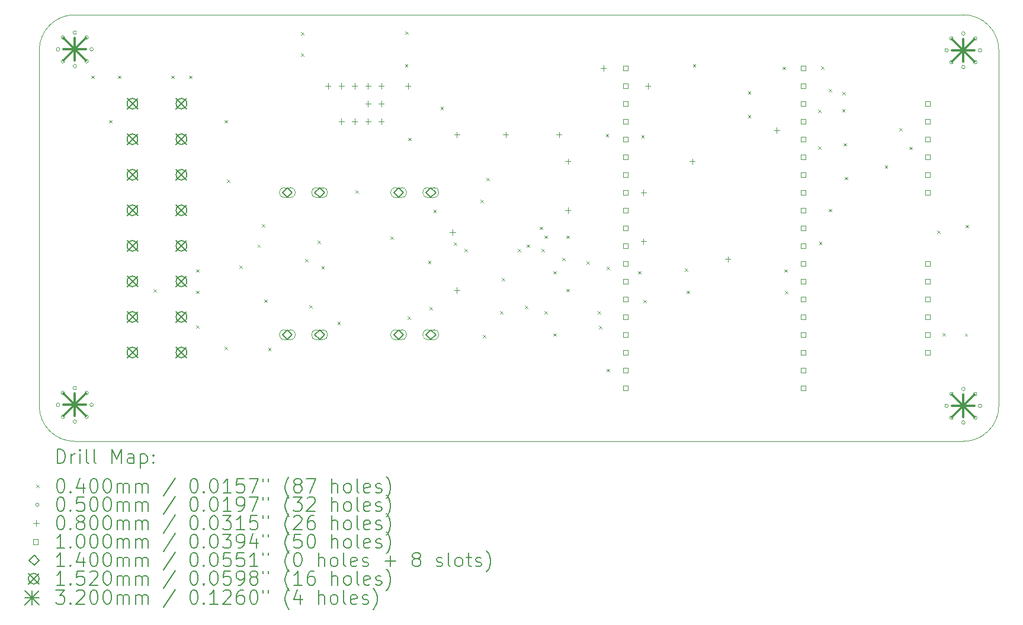
<source format=gbr>
%TF.GenerationSoftware,KiCad,Pcbnew,8.0.7*%
%TF.CreationDate,2025-01-05T11:55:33+01:00*%
%TF.ProjectId,ADLSC,41444c53-432e-46b6-9963-61645f706362,V1.0*%
%TF.SameCoordinates,Original*%
%TF.FileFunction,Drillmap*%
%TF.FilePolarity,Positive*%
%FSLAX45Y45*%
G04 Gerber Fmt 4.5, Leading zero omitted, Abs format (unit mm)*
G04 Created by KiCad (PCBNEW 8.0.7) date 2025-01-05 11:55:33*
%MOMM*%
%LPD*%
G01*
G04 APERTURE LIST*
%ADD10C,0.050000*%
%ADD11C,0.200000*%
%ADD12C,0.100000*%
%ADD13C,0.140000*%
%ADD14C,0.152000*%
%ADD15C,0.320000*%
G04 APERTURE END LIST*
D10*
X508000Y-6096000D02*
G75*
G02*
X0Y-5588000I0J508000D01*
G01*
X13208000Y-6096000D02*
X508000Y-6096000D01*
X0Y-508000D02*
G75*
G02*
X508000Y0I508000J0D01*
G01*
X0Y-5588000D02*
X0Y-508000D01*
X13716000Y-5588000D02*
G75*
G02*
X13208000Y-6096000I-508000J0D01*
G01*
X13208000Y0D02*
G75*
G02*
X13716000Y-508000I0J-508000D01*
G01*
X508000Y0D02*
X13208000Y0D01*
X13716000Y-508000D02*
X13716000Y-5588000D01*
D11*
D12*
X742000Y-869000D02*
X782000Y-909000D01*
X782000Y-869000D02*
X742000Y-909000D01*
X996000Y-1504000D02*
X1036000Y-1544000D01*
X1036000Y-1504000D02*
X996000Y-1544000D01*
X1123000Y-869000D02*
X1163000Y-909000D01*
X1163000Y-869000D02*
X1123000Y-909000D01*
X1631000Y-3922080D02*
X1671000Y-3962080D01*
X1671000Y-3922080D02*
X1631000Y-3962080D01*
X1885000Y-869000D02*
X1925000Y-909000D01*
X1925000Y-869000D02*
X1885000Y-909000D01*
X2139000Y-869000D02*
X2179000Y-909000D01*
X2179000Y-869000D02*
X2139000Y-909000D01*
X2240600Y-3637600D02*
X2280600Y-3677600D01*
X2280600Y-3637600D02*
X2240600Y-3677600D01*
X2240600Y-3942400D02*
X2280600Y-3982400D01*
X2280600Y-3942400D02*
X2240600Y-3982400D01*
X2240600Y-4440240D02*
X2280600Y-4480240D01*
X2280600Y-4440240D02*
X2240600Y-4480240D01*
X2647000Y-1504000D02*
X2687000Y-1544000D01*
X2687000Y-1504000D02*
X2647000Y-1544000D01*
X2647000Y-4742500D02*
X2687000Y-4782500D01*
X2687000Y-4742500D02*
X2647000Y-4782500D01*
X2685100Y-2354900D02*
X2725100Y-2394900D01*
X2725100Y-2354900D02*
X2685100Y-2394900D01*
X2860360Y-3581720D02*
X2900360Y-3621720D01*
X2900360Y-3581720D02*
X2860360Y-3621720D01*
X3119440Y-3282000D02*
X3159440Y-3322000D01*
X3159440Y-3282000D02*
X3119440Y-3322000D01*
X3185480Y-2992440D02*
X3225480Y-3032440D01*
X3225480Y-2992440D02*
X3185480Y-3032440D01*
X3215960Y-4069400D02*
X3255960Y-4109400D01*
X3255960Y-4069400D02*
X3215960Y-4109400D01*
X3271840Y-4760280D02*
X3311840Y-4800280D01*
X3311840Y-4760280D02*
X3271840Y-4800280D01*
X3739200Y-244160D02*
X3779200Y-284160D01*
X3779200Y-244160D02*
X3739200Y-284160D01*
X3744280Y-548960D02*
X3784280Y-588960D01*
X3784280Y-548960D02*
X3744280Y-588960D01*
X3800160Y-3490280D02*
X3840160Y-3530280D01*
X3840160Y-3490280D02*
X3800160Y-3530280D01*
X3861120Y-4150680D02*
X3901120Y-4190680D01*
X3901120Y-4150680D02*
X3861120Y-4190680D01*
X3977960Y-3226120D02*
X4017960Y-3266120D01*
X4017960Y-3226120D02*
X3977960Y-3266120D01*
X4033840Y-3591880D02*
X4073840Y-3631880D01*
X4073840Y-3591880D02*
X4033840Y-3631880D01*
X4262440Y-4384360D02*
X4302440Y-4424360D01*
X4302440Y-4384360D02*
X4262440Y-4424360D01*
X4521520Y-2504760D02*
X4561520Y-2544760D01*
X4561520Y-2504760D02*
X4521520Y-2544760D01*
X5019360Y-3165160D02*
X5059360Y-3205160D01*
X5059360Y-3165160D02*
X5019360Y-3205160D01*
X5227640Y-701360D02*
X5267640Y-741360D01*
X5267640Y-701360D02*
X5227640Y-741360D01*
X5232720Y-239080D02*
X5272720Y-279080D01*
X5272720Y-239080D02*
X5232720Y-279080D01*
X5268280Y-4313240D02*
X5308280Y-4353240D01*
X5308280Y-4313240D02*
X5268280Y-4353240D01*
X5273360Y-1758000D02*
X5313360Y-1798000D01*
X5313360Y-1758000D02*
X5273360Y-1798000D01*
X5557840Y-3515680D02*
X5597840Y-3555680D01*
X5597840Y-3515680D02*
X5557840Y-3555680D01*
X5578160Y-4176080D02*
X5618160Y-4216080D01*
X5618160Y-4176080D02*
X5578160Y-4216080D01*
X5634040Y-2789240D02*
X5674040Y-2829240D01*
X5674040Y-2789240D02*
X5634040Y-2829240D01*
X5735640Y-1316040D02*
X5775640Y-1356040D01*
X5775640Y-1316040D02*
X5735640Y-1356040D01*
X5928680Y-3251520D02*
X5968680Y-3291520D01*
X5968680Y-3251520D02*
X5928680Y-3291520D01*
X6076000Y-3345500D02*
X6116000Y-3385500D01*
X6116000Y-3345500D02*
X6076000Y-3385500D01*
X6309680Y-2641920D02*
X6349680Y-2681920D01*
X6349680Y-2641920D02*
X6309680Y-2681920D01*
X6340160Y-4572320D02*
X6380160Y-4612320D01*
X6380160Y-4572320D02*
X6340160Y-4612320D01*
X6393500Y-2329500D02*
X6433500Y-2369500D01*
X6433500Y-2329500D02*
X6393500Y-2369500D01*
X6584000Y-4234500D02*
X6624000Y-4274500D01*
X6624000Y-4234500D02*
X6584000Y-4274500D01*
X6609400Y-3759520D02*
X6649400Y-3799520D01*
X6649400Y-3759520D02*
X6609400Y-3799520D01*
X6838000Y-3345500D02*
X6878000Y-3385500D01*
X6878000Y-3345500D02*
X6838000Y-3385500D01*
X6939600Y-4158300D02*
X6979600Y-4198300D01*
X6979600Y-4158300D02*
X6939600Y-4198300D01*
X6965000Y-3282000D02*
X7005000Y-3322000D01*
X7005000Y-3282000D02*
X6965000Y-3322000D01*
X7155500Y-3028000D02*
X7195500Y-3068000D01*
X7195500Y-3028000D02*
X7155500Y-3068000D01*
X7179000Y-3345500D02*
X7219000Y-3385500D01*
X7219000Y-3345500D02*
X7179000Y-3385500D01*
X7219000Y-3155000D02*
X7259000Y-3195000D01*
X7259000Y-3155000D02*
X7219000Y-3195000D01*
X7219000Y-4234500D02*
X7259000Y-4274500D01*
X7259000Y-4234500D02*
X7219000Y-4274500D01*
X7346000Y-3663000D02*
X7386000Y-3703000D01*
X7386000Y-3663000D02*
X7346000Y-3703000D01*
X7346000Y-4552000D02*
X7386000Y-4592000D01*
X7386000Y-4552000D02*
X7346000Y-4592000D01*
X7473000Y-3472500D02*
X7513000Y-3512500D01*
X7513000Y-3472500D02*
X7473000Y-3512500D01*
X7536500Y-3155000D02*
X7576500Y-3195000D01*
X7576500Y-3155000D02*
X7536500Y-3195000D01*
X7536500Y-3917000D02*
X7576500Y-3957000D01*
X7576500Y-3917000D02*
X7536500Y-3957000D01*
X7823520Y-3525840D02*
X7863520Y-3565840D01*
X7863520Y-3525840D02*
X7823520Y-3565840D01*
X7981000Y-4234500D02*
X8021000Y-4274500D01*
X8021000Y-4234500D02*
X7981000Y-4274500D01*
X8001320Y-4445320D02*
X8041320Y-4485320D01*
X8041320Y-4445320D02*
X8001320Y-4485320D01*
X8097840Y-1702120D02*
X8137840Y-1742120D01*
X8137840Y-1702120D02*
X8097840Y-1742120D01*
X8108000Y-3599500D02*
X8148000Y-3639500D01*
X8148000Y-3599500D02*
X8108000Y-3639500D01*
X8108000Y-5060000D02*
X8148000Y-5100000D01*
X8148000Y-5060000D02*
X8108000Y-5100000D01*
X8560120Y-3663000D02*
X8600120Y-3703000D01*
X8600120Y-3663000D02*
X8560120Y-3703000D01*
X8605840Y-1722440D02*
X8645840Y-1762440D01*
X8645840Y-1722440D02*
X8605840Y-1762440D01*
X8636320Y-4074480D02*
X8676320Y-4114480D01*
X8676320Y-4074480D02*
X8636320Y-4114480D01*
X9230680Y-3627440D02*
X9270680Y-3667440D01*
X9270680Y-3627440D02*
X9230680Y-3667440D01*
X9251000Y-3942400D02*
X9291000Y-3982400D01*
X9291000Y-3942400D02*
X9251000Y-3982400D01*
X9342440Y-701360D02*
X9382440Y-741360D01*
X9382440Y-701360D02*
X9342440Y-741360D01*
X10129840Y-1092520D02*
X10169840Y-1132520D01*
X10169840Y-1092520D02*
X10129840Y-1132520D01*
X10129840Y-1432880D02*
X10169840Y-1472880D01*
X10169840Y-1432880D02*
X10129840Y-1472880D01*
X10627680Y-742000D02*
X10667680Y-782000D01*
X10667680Y-742000D02*
X10627680Y-782000D01*
X10648000Y-3637600D02*
X10688000Y-3677600D01*
X10688000Y-3637600D02*
X10648000Y-3677600D01*
X10658160Y-3947480D02*
X10698160Y-3987480D01*
X10698160Y-3947480D02*
X10658160Y-3987480D01*
X11130600Y-1879920D02*
X11170600Y-1919920D01*
X11170600Y-1879920D02*
X11130600Y-1919920D01*
X11135680Y-1356680D02*
X11175680Y-1396680D01*
X11175680Y-1356680D02*
X11135680Y-1396680D01*
X11145840Y-3241360D02*
X11185840Y-3281360D01*
X11185840Y-3241360D02*
X11145840Y-3281360D01*
X11176320Y-736920D02*
X11216320Y-776920D01*
X11216320Y-736920D02*
X11176320Y-776920D01*
X11283000Y-1059500D02*
X11323000Y-1099500D01*
X11323000Y-1059500D02*
X11283000Y-1099500D01*
X11283000Y-2774000D02*
X11323000Y-2814000D01*
X11323000Y-2774000D02*
X11283000Y-2814000D01*
X11476040Y-1346520D02*
X11516040Y-1386520D01*
X11516040Y-1346520D02*
X11476040Y-1386520D01*
X11481120Y-1102680D02*
X11521120Y-1142680D01*
X11521120Y-1102680D02*
X11481120Y-1142680D01*
X11496360Y-1834200D02*
X11536360Y-1874200D01*
X11536360Y-1834200D02*
X11496360Y-1874200D01*
X11511600Y-2316800D02*
X11551600Y-2356800D01*
X11551600Y-2316800D02*
X11511600Y-2356800D01*
X12085640Y-2149160D02*
X12125640Y-2189160D01*
X12125640Y-2149160D02*
X12085640Y-2189160D01*
X12293920Y-1620840D02*
X12333920Y-1660840D01*
X12333920Y-1620840D02*
X12293920Y-1660840D01*
X12436160Y-1885000D02*
X12476160Y-1925000D01*
X12476160Y-1885000D02*
X12436160Y-1925000D01*
X12832400Y-3083880D02*
X12872400Y-3123880D01*
X12872400Y-3083880D02*
X12832400Y-3123880D01*
X12908600Y-4546920D02*
X12948600Y-4586920D01*
X12948600Y-4546920D02*
X12908600Y-4586920D01*
X13228640Y-4552000D02*
X13268640Y-4592000D01*
X13268640Y-4552000D02*
X13228640Y-4592000D01*
X13238800Y-3002600D02*
X13278800Y-3042600D01*
X13278800Y-3002600D02*
X13238800Y-3042600D01*
X293000Y-494000D02*
G75*
G02*
X243000Y-494000I-25000J0D01*
G01*
X243000Y-494000D02*
G75*
G02*
X293000Y-494000I25000J0D01*
G01*
X293000Y-5574000D02*
G75*
G02*
X243000Y-5574000I-25000J0D01*
G01*
X243000Y-5574000D02*
G75*
G02*
X293000Y-5574000I25000J0D01*
G01*
X363294Y-324294D02*
G75*
G02*
X313294Y-324294I-25000J0D01*
G01*
X313294Y-324294D02*
G75*
G02*
X363294Y-324294I25000J0D01*
G01*
X363294Y-663706D02*
G75*
G02*
X313294Y-663706I-25000J0D01*
G01*
X313294Y-663706D02*
G75*
G02*
X363294Y-663706I25000J0D01*
G01*
X363294Y-5404294D02*
G75*
G02*
X313294Y-5404294I-25000J0D01*
G01*
X313294Y-5404294D02*
G75*
G02*
X363294Y-5404294I25000J0D01*
G01*
X363294Y-5743706D02*
G75*
G02*
X313294Y-5743706I-25000J0D01*
G01*
X313294Y-5743706D02*
G75*
G02*
X363294Y-5743706I25000J0D01*
G01*
X533000Y-254000D02*
G75*
G02*
X483000Y-254000I-25000J0D01*
G01*
X483000Y-254000D02*
G75*
G02*
X533000Y-254000I25000J0D01*
G01*
X533000Y-734000D02*
G75*
G02*
X483000Y-734000I-25000J0D01*
G01*
X483000Y-734000D02*
G75*
G02*
X533000Y-734000I25000J0D01*
G01*
X533000Y-5334000D02*
G75*
G02*
X483000Y-5334000I-25000J0D01*
G01*
X483000Y-5334000D02*
G75*
G02*
X533000Y-5334000I25000J0D01*
G01*
X533000Y-5814000D02*
G75*
G02*
X483000Y-5814000I-25000J0D01*
G01*
X483000Y-5814000D02*
G75*
G02*
X533000Y-5814000I25000J0D01*
G01*
X702706Y-324294D02*
G75*
G02*
X652706Y-324294I-25000J0D01*
G01*
X652706Y-324294D02*
G75*
G02*
X702706Y-324294I25000J0D01*
G01*
X702706Y-663706D02*
G75*
G02*
X652706Y-663706I-25000J0D01*
G01*
X652706Y-663706D02*
G75*
G02*
X702706Y-663706I25000J0D01*
G01*
X702706Y-5404294D02*
G75*
G02*
X652706Y-5404294I-25000J0D01*
G01*
X652706Y-5404294D02*
G75*
G02*
X702706Y-5404294I25000J0D01*
G01*
X702706Y-5743706D02*
G75*
G02*
X652706Y-5743706I-25000J0D01*
G01*
X652706Y-5743706D02*
G75*
G02*
X702706Y-5743706I25000J0D01*
G01*
X773000Y-494000D02*
G75*
G02*
X723000Y-494000I-25000J0D01*
G01*
X723000Y-494000D02*
G75*
G02*
X773000Y-494000I25000J0D01*
G01*
X773000Y-5574000D02*
G75*
G02*
X723000Y-5574000I-25000J0D01*
G01*
X723000Y-5574000D02*
G75*
G02*
X773000Y-5574000I25000J0D01*
G01*
X12993000Y-508000D02*
G75*
G02*
X12943000Y-508000I-25000J0D01*
G01*
X12943000Y-508000D02*
G75*
G02*
X12993000Y-508000I25000J0D01*
G01*
X12993000Y-5588000D02*
G75*
G02*
X12943000Y-5588000I-25000J0D01*
G01*
X12943000Y-5588000D02*
G75*
G02*
X12993000Y-5588000I25000J0D01*
G01*
X13063294Y-338294D02*
G75*
G02*
X13013294Y-338294I-25000J0D01*
G01*
X13013294Y-338294D02*
G75*
G02*
X13063294Y-338294I25000J0D01*
G01*
X13063294Y-677706D02*
G75*
G02*
X13013294Y-677706I-25000J0D01*
G01*
X13013294Y-677706D02*
G75*
G02*
X13063294Y-677706I25000J0D01*
G01*
X13063294Y-5418294D02*
G75*
G02*
X13013294Y-5418294I-25000J0D01*
G01*
X13013294Y-5418294D02*
G75*
G02*
X13063294Y-5418294I25000J0D01*
G01*
X13063294Y-5757706D02*
G75*
G02*
X13013294Y-5757706I-25000J0D01*
G01*
X13013294Y-5757706D02*
G75*
G02*
X13063294Y-5757706I25000J0D01*
G01*
X13233000Y-268000D02*
G75*
G02*
X13183000Y-268000I-25000J0D01*
G01*
X13183000Y-268000D02*
G75*
G02*
X13233000Y-268000I25000J0D01*
G01*
X13233000Y-748000D02*
G75*
G02*
X13183000Y-748000I-25000J0D01*
G01*
X13183000Y-748000D02*
G75*
G02*
X13233000Y-748000I25000J0D01*
G01*
X13233000Y-5348000D02*
G75*
G02*
X13183000Y-5348000I-25000J0D01*
G01*
X13183000Y-5348000D02*
G75*
G02*
X13233000Y-5348000I25000J0D01*
G01*
X13233000Y-5828000D02*
G75*
G02*
X13183000Y-5828000I-25000J0D01*
G01*
X13183000Y-5828000D02*
G75*
G02*
X13233000Y-5828000I25000J0D01*
G01*
X13402706Y-338294D02*
G75*
G02*
X13352706Y-338294I-25000J0D01*
G01*
X13352706Y-338294D02*
G75*
G02*
X13402706Y-338294I25000J0D01*
G01*
X13402706Y-677706D02*
G75*
G02*
X13352706Y-677706I-25000J0D01*
G01*
X13352706Y-677706D02*
G75*
G02*
X13402706Y-677706I25000J0D01*
G01*
X13402706Y-5418294D02*
G75*
G02*
X13352706Y-5418294I-25000J0D01*
G01*
X13352706Y-5418294D02*
G75*
G02*
X13402706Y-5418294I25000J0D01*
G01*
X13402706Y-5757706D02*
G75*
G02*
X13352706Y-5757706I-25000J0D01*
G01*
X13352706Y-5757706D02*
G75*
G02*
X13402706Y-5757706I25000J0D01*
G01*
X13473000Y-508000D02*
G75*
G02*
X13423000Y-508000I-25000J0D01*
G01*
X13423000Y-508000D02*
G75*
G02*
X13473000Y-508000I25000J0D01*
G01*
X13473000Y-5588000D02*
G75*
G02*
X13423000Y-5588000I-25000J0D01*
G01*
X13423000Y-5588000D02*
G75*
G02*
X13473000Y-5588000I25000J0D01*
G01*
X4127500Y-976000D02*
X4127500Y-1056000D01*
X4087500Y-1016000D02*
X4167500Y-1016000D01*
X4318000Y-976000D02*
X4318000Y-1056000D01*
X4278000Y-1016000D02*
X4358000Y-1016000D01*
X4318000Y-1484000D02*
X4318000Y-1564000D01*
X4278000Y-1524000D02*
X4358000Y-1524000D01*
X4508500Y-976000D02*
X4508500Y-1056000D01*
X4468500Y-1016000D02*
X4548500Y-1016000D01*
X4508500Y-1484000D02*
X4508500Y-1564000D01*
X4468500Y-1524000D02*
X4548500Y-1524000D01*
X4699000Y-976000D02*
X4699000Y-1056000D01*
X4659000Y-1016000D02*
X4739000Y-1016000D01*
X4699000Y-1230000D02*
X4699000Y-1310000D01*
X4659000Y-1270000D02*
X4739000Y-1270000D01*
X4699000Y-1484000D02*
X4699000Y-1564000D01*
X4659000Y-1524000D02*
X4739000Y-1524000D01*
X4889500Y-976000D02*
X4889500Y-1056000D01*
X4849500Y-1016000D02*
X4929500Y-1016000D01*
X4889500Y-1230000D02*
X4889500Y-1310000D01*
X4849500Y-1270000D02*
X4929500Y-1270000D01*
X4889500Y-1484000D02*
X4889500Y-1564000D01*
X4849500Y-1524000D02*
X4929500Y-1524000D01*
X5270500Y-976000D02*
X5270500Y-1056000D01*
X5230500Y-1016000D02*
X5310500Y-1016000D01*
X5908040Y-3068960D02*
X5908040Y-3148960D01*
X5868040Y-3108960D02*
X5948040Y-3108960D01*
X5969000Y-1674500D02*
X5969000Y-1754500D01*
X5929000Y-1714500D02*
X6009000Y-1714500D01*
X5969000Y-3897000D02*
X5969000Y-3977000D01*
X5929000Y-3937000D02*
X6009000Y-3937000D01*
X6667500Y-1674500D02*
X6667500Y-1754500D01*
X6627500Y-1714500D02*
X6707500Y-1714500D01*
X7429500Y-1674500D02*
X7429500Y-1754500D01*
X7389500Y-1714500D02*
X7469500Y-1714500D01*
X7556500Y-2055500D02*
X7556500Y-2135500D01*
X7516500Y-2095500D02*
X7596500Y-2095500D01*
X7556500Y-2754000D02*
X7556500Y-2834000D01*
X7516500Y-2794000D02*
X7596500Y-2794000D01*
X8064500Y-722000D02*
X8064500Y-802000D01*
X8024500Y-762000D02*
X8104500Y-762000D01*
X8636000Y-2500000D02*
X8636000Y-2580000D01*
X8596000Y-2540000D02*
X8676000Y-2540000D01*
X8636000Y-3198500D02*
X8636000Y-3278500D01*
X8596000Y-3238500D02*
X8676000Y-3238500D01*
X8699500Y-976000D02*
X8699500Y-1056000D01*
X8659500Y-1016000D02*
X8739500Y-1016000D01*
X9334500Y-2055500D02*
X9334500Y-2135500D01*
X9294500Y-2095500D02*
X9374500Y-2095500D01*
X9842500Y-3452500D02*
X9842500Y-3532500D01*
X9802500Y-3492500D02*
X9882500Y-3492500D01*
X10541000Y-1611000D02*
X10541000Y-1691000D01*
X10501000Y-1651000D02*
X10581000Y-1651000D01*
X8417356Y-797356D02*
X8417356Y-726644D01*
X8346644Y-726644D01*
X8346644Y-797356D01*
X8417356Y-797356D01*
X8417356Y-1051356D02*
X8417356Y-980644D01*
X8346644Y-980644D01*
X8346644Y-1051356D01*
X8417356Y-1051356D01*
X8417356Y-1305356D02*
X8417356Y-1234644D01*
X8346644Y-1234644D01*
X8346644Y-1305356D01*
X8417356Y-1305356D01*
X8417356Y-1559356D02*
X8417356Y-1488644D01*
X8346644Y-1488644D01*
X8346644Y-1559356D01*
X8417356Y-1559356D01*
X8417356Y-1813356D02*
X8417356Y-1742644D01*
X8346644Y-1742644D01*
X8346644Y-1813356D01*
X8417356Y-1813356D01*
X8417356Y-2067356D02*
X8417356Y-1996644D01*
X8346644Y-1996644D01*
X8346644Y-2067356D01*
X8417356Y-2067356D01*
X8417356Y-2321356D02*
X8417356Y-2250644D01*
X8346644Y-2250644D01*
X8346644Y-2321356D01*
X8417356Y-2321356D01*
X8417356Y-2575356D02*
X8417356Y-2504644D01*
X8346644Y-2504644D01*
X8346644Y-2575356D01*
X8417356Y-2575356D01*
X8417356Y-2829356D02*
X8417356Y-2758644D01*
X8346644Y-2758644D01*
X8346644Y-2829356D01*
X8417356Y-2829356D01*
X8417356Y-3083356D02*
X8417356Y-3012644D01*
X8346644Y-3012644D01*
X8346644Y-3083356D01*
X8417356Y-3083356D01*
X8417356Y-3337356D02*
X8417356Y-3266644D01*
X8346644Y-3266644D01*
X8346644Y-3337356D01*
X8417356Y-3337356D01*
X8417356Y-3591356D02*
X8417356Y-3520644D01*
X8346644Y-3520644D01*
X8346644Y-3591356D01*
X8417356Y-3591356D01*
X8417356Y-3845356D02*
X8417356Y-3774644D01*
X8346644Y-3774644D01*
X8346644Y-3845356D01*
X8417356Y-3845356D01*
X8417356Y-4099356D02*
X8417356Y-4028644D01*
X8346644Y-4028644D01*
X8346644Y-4099356D01*
X8417356Y-4099356D01*
X8417356Y-4353356D02*
X8417356Y-4282644D01*
X8346644Y-4282644D01*
X8346644Y-4353356D01*
X8417356Y-4353356D01*
X8417356Y-4607356D02*
X8417356Y-4536644D01*
X8346644Y-4536644D01*
X8346644Y-4607356D01*
X8417356Y-4607356D01*
X8417356Y-4861356D02*
X8417356Y-4790644D01*
X8346644Y-4790644D01*
X8346644Y-4861356D01*
X8417356Y-4861356D01*
X8417356Y-5115356D02*
X8417356Y-5044644D01*
X8346644Y-5044644D01*
X8346644Y-5115356D01*
X8417356Y-5115356D01*
X8417356Y-5369356D02*
X8417356Y-5298644D01*
X8346644Y-5298644D01*
X8346644Y-5369356D01*
X8417356Y-5369356D01*
X10957356Y-797356D02*
X10957356Y-726644D01*
X10886644Y-726644D01*
X10886644Y-797356D01*
X10957356Y-797356D01*
X10957356Y-1051356D02*
X10957356Y-980644D01*
X10886644Y-980644D01*
X10886644Y-1051356D01*
X10957356Y-1051356D01*
X10957356Y-1305356D02*
X10957356Y-1234644D01*
X10886644Y-1234644D01*
X10886644Y-1305356D01*
X10957356Y-1305356D01*
X10957356Y-1559356D02*
X10957356Y-1488644D01*
X10886644Y-1488644D01*
X10886644Y-1559356D01*
X10957356Y-1559356D01*
X10957356Y-1813356D02*
X10957356Y-1742644D01*
X10886644Y-1742644D01*
X10886644Y-1813356D01*
X10957356Y-1813356D01*
X10957356Y-2067356D02*
X10957356Y-1996644D01*
X10886644Y-1996644D01*
X10886644Y-2067356D01*
X10957356Y-2067356D01*
X10957356Y-2321356D02*
X10957356Y-2250644D01*
X10886644Y-2250644D01*
X10886644Y-2321356D01*
X10957356Y-2321356D01*
X10957356Y-2575356D02*
X10957356Y-2504644D01*
X10886644Y-2504644D01*
X10886644Y-2575356D01*
X10957356Y-2575356D01*
X10957356Y-2829356D02*
X10957356Y-2758644D01*
X10886644Y-2758644D01*
X10886644Y-2829356D01*
X10957356Y-2829356D01*
X10957356Y-3083356D02*
X10957356Y-3012644D01*
X10886644Y-3012644D01*
X10886644Y-3083356D01*
X10957356Y-3083356D01*
X10957356Y-3337356D02*
X10957356Y-3266644D01*
X10886644Y-3266644D01*
X10886644Y-3337356D01*
X10957356Y-3337356D01*
X10957356Y-3591356D02*
X10957356Y-3520644D01*
X10886644Y-3520644D01*
X10886644Y-3591356D01*
X10957356Y-3591356D01*
X10957356Y-3845356D02*
X10957356Y-3774644D01*
X10886644Y-3774644D01*
X10886644Y-3845356D01*
X10957356Y-3845356D01*
X10957356Y-4099356D02*
X10957356Y-4028644D01*
X10886644Y-4028644D01*
X10886644Y-4099356D01*
X10957356Y-4099356D01*
X10957356Y-4353356D02*
X10957356Y-4282644D01*
X10886644Y-4282644D01*
X10886644Y-4353356D01*
X10957356Y-4353356D01*
X10957356Y-4607356D02*
X10957356Y-4536644D01*
X10886644Y-4536644D01*
X10886644Y-4607356D01*
X10957356Y-4607356D01*
X10957356Y-4861356D02*
X10957356Y-4790644D01*
X10886644Y-4790644D01*
X10886644Y-4861356D01*
X10957356Y-4861356D01*
X10957356Y-5115356D02*
X10957356Y-5044644D01*
X10886644Y-5044644D01*
X10886644Y-5115356D01*
X10957356Y-5115356D01*
X10957356Y-5369356D02*
X10957356Y-5298644D01*
X10886644Y-5298644D01*
X10886644Y-5369356D01*
X10957356Y-5369356D01*
X12735356Y-1305356D02*
X12735356Y-1234644D01*
X12664644Y-1234644D01*
X12664644Y-1305356D01*
X12735356Y-1305356D01*
X12735356Y-1559356D02*
X12735356Y-1488644D01*
X12664644Y-1488644D01*
X12664644Y-1559356D01*
X12735356Y-1559356D01*
X12735356Y-1813356D02*
X12735356Y-1742644D01*
X12664644Y-1742644D01*
X12664644Y-1813356D01*
X12735356Y-1813356D01*
X12735356Y-2067356D02*
X12735356Y-1996644D01*
X12664644Y-1996644D01*
X12664644Y-2067356D01*
X12735356Y-2067356D01*
X12735356Y-2321356D02*
X12735356Y-2250644D01*
X12664644Y-2250644D01*
X12664644Y-2321356D01*
X12735356Y-2321356D01*
X12735356Y-2575356D02*
X12735356Y-2504644D01*
X12664644Y-2504644D01*
X12664644Y-2575356D01*
X12735356Y-2575356D01*
X12735356Y-3591356D02*
X12735356Y-3520644D01*
X12664644Y-3520644D01*
X12664644Y-3591356D01*
X12735356Y-3591356D01*
X12735356Y-3845356D02*
X12735356Y-3774644D01*
X12664644Y-3774644D01*
X12664644Y-3845356D01*
X12735356Y-3845356D01*
X12735356Y-4099356D02*
X12735356Y-4028644D01*
X12664644Y-4028644D01*
X12664644Y-4099356D01*
X12735356Y-4099356D01*
X12735356Y-4353356D02*
X12735356Y-4282644D01*
X12664644Y-4282644D01*
X12664644Y-4353356D01*
X12735356Y-4353356D01*
X12735356Y-4607356D02*
X12735356Y-4536644D01*
X12664644Y-4536644D01*
X12664644Y-4607356D01*
X12735356Y-4607356D01*
X12735356Y-4861356D02*
X12735356Y-4790644D01*
X12664644Y-4790644D01*
X12664644Y-4861356D01*
X12735356Y-4861356D01*
D13*
X3547000Y-2610000D02*
X3617000Y-2540000D01*
X3547000Y-2470000D01*
X3477000Y-2540000D01*
X3547000Y-2610000D01*
D12*
X3592000Y-2470000D02*
X3502000Y-2470000D01*
X3502000Y-2610000D02*
G75*
G02*
X3502000Y-2470000I0J70000D01*
G01*
X3502000Y-2610000D02*
X3592000Y-2610000D01*
X3592000Y-2610000D02*
G75*
G03*
X3592000Y-2470000I0J70000D01*
G01*
D13*
X3547000Y-4642000D02*
X3617000Y-4572000D01*
X3547000Y-4502000D01*
X3477000Y-4572000D01*
X3547000Y-4642000D01*
D12*
X3592000Y-4502000D02*
X3502000Y-4502000D01*
X3502000Y-4642000D02*
G75*
G02*
X3502000Y-4502000I0J70000D01*
G01*
X3502000Y-4642000D02*
X3592000Y-4642000D01*
X3592000Y-4642000D02*
G75*
G03*
X3592000Y-4502000I0J70000D01*
G01*
D13*
X4007000Y-2610000D02*
X4077000Y-2540000D01*
X4007000Y-2470000D01*
X3937000Y-2540000D01*
X4007000Y-2610000D01*
D12*
X4052000Y-2470000D02*
X3962000Y-2470000D01*
X3962000Y-2610000D02*
G75*
G02*
X3962000Y-2470000I0J70000D01*
G01*
X3962000Y-2610000D02*
X4052000Y-2610000D01*
X4052000Y-2610000D02*
G75*
G03*
X4052000Y-2470000I0J70000D01*
G01*
D13*
X4007000Y-4642000D02*
X4077000Y-4572000D01*
X4007000Y-4502000D01*
X3937000Y-4572000D01*
X4007000Y-4642000D01*
D12*
X4052000Y-4502000D02*
X3962000Y-4502000D01*
X3962000Y-4642000D02*
G75*
G02*
X3962000Y-4502000I0J70000D01*
G01*
X3962000Y-4642000D02*
X4052000Y-4642000D01*
X4052000Y-4642000D02*
G75*
G03*
X4052000Y-4502000I0J70000D01*
G01*
D13*
X5137000Y-2610000D02*
X5207000Y-2540000D01*
X5137000Y-2470000D01*
X5067000Y-2540000D01*
X5137000Y-2610000D01*
D12*
X5182000Y-2470000D02*
X5092000Y-2470000D01*
X5092000Y-2610000D02*
G75*
G02*
X5092000Y-2470000I0J70000D01*
G01*
X5092000Y-2610000D02*
X5182000Y-2610000D01*
X5182000Y-2610000D02*
G75*
G03*
X5182000Y-2470000I0J70000D01*
G01*
D13*
X5137000Y-4642000D02*
X5207000Y-4572000D01*
X5137000Y-4502000D01*
X5067000Y-4572000D01*
X5137000Y-4642000D01*
D12*
X5182000Y-4502000D02*
X5092000Y-4502000D01*
X5092000Y-4642000D02*
G75*
G02*
X5092000Y-4502000I0J70000D01*
G01*
X5092000Y-4642000D02*
X5182000Y-4642000D01*
X5182000Y-4642000D02*
G75*
G03*
X5182000Y-4502000I0J70000D01*
G01*
D13*
X5597000Y-2610000D02*
X5667000Y-2540000D01*
X5597000Y-2470000D01*
X5527000Y-2540000D01*
X5597000Y-2610000D01*
D12*
X5642000Y-2470000D02*
X5552000Y-2470000D01*
X5552000Y-2610000D02*
G75*
G02*
X5552000Y-2470000I0J70000D01*
G01*
X5552000Y-2610000D02*
X5642000Y-2610000D01*
X5642000Y-2610000D02*
G75*
G03*
X5642000Y-2470000I0J70000D01*
G01*
D13*
X5597000Y-4642000D02*
X5667000Y-4572000D01*
X5597000Y-4502000D01*
X5527000Y-4572000D01*
X5597000Y-4642000D01*
D12*
X5642000Y-4502000D02*
X5552000Y-4502000D01*
X5552000Y-4642000D02*
G75*
G02*
X5552000Y-4502000I0J70000D01*
G01*
X5552000Y-4642000D02*
X5642000Y-4642000D01*
X5642000Y-4642000D02*
G75*
G03*
X5642000Y-4502000I0J70000D01*
G01*
D14*
X1256000Y-1194000D02*
X1408000Y-1346000D01*
X1408000Y-1194000D02*
X1256000Y-1346000D01*
X1408000Y-1270000D02*
G75*
G02*
X1256000Y-1270000I-76000J0D01*
G01*
X1256000Y-1270000D02*
G75*
G02*
X1408000Y-1270000I76000J0D01*
G01*
X1256000Y-1702000D02*
X1408000Y-1854000D01*
X1408000Y-1702000D02*
X1256000Y-1854000D01*
X1408000Y-1778000D02*
G75*
G02*
X1256000Y-1778000I-76000J0D01*
G01*
X1256000Y-1778000D02*
G75*
G02*
X1408000Y-1778000I76000J0D01*
G01*
X1256000Y-2210000D02*
X1408000Y-2362000D01*
X1408000Y-2210000D02*
X1256000Y-2362000D01*
X1408000Y-2286000D02*
G75*
G02*
X1256000Y-2286000I-76000J0D01*
G01*
X1256000Y-2286000D02*
G75*
G02*
X1408000Y-2286000I76000J0D01*
G01*
X1256000Y-2718000D02*
X1408000Y-2870000D01*
X1408000Y-2718000D02*
X1256000Y-2870000D01*
X1408000Y-2794000D02*
G75*
G02*
X1256000Y-2794000I-76000J0D01*
G01*
X1256000Y-2794000D02*
G75*
G02*
X1408000Y-2794000I76000J0D01*
G01*
X1256000Y-3226000D02*
X1408000Y-3378000D01*
X1408000Y-3226000D02*
X1256000Y-3378000D01*
X1408000Y-3302000D02*
G75*
G02*
X1256000Y-3302000I-76000J0D01*
G01*
X1256000Y-3302000D02*
G75*
G02*
X1408000Y-3302000I76000J0D01*
G01*
X1256000Y-3734000D02*
X1408000Y-3886000D01*
X1408000Y-3734000D02*
X1256000Y-3886000D01*
X1408000Y-3810000D02*
G75*
G02*
X1256000Y-3810000I-76000J0D01*
G01*
X1256000Y-3810000D02*
G75*
G02*
X1408000Y-3810000I76000J0D01*
G01*
X1256000Y-4242000D02*
X1408000Y-4394000D01*
X1408000Y-4242000D02*
X1256000Y-4394000D01*
X1408000Y-4318000D02*
G75*
G02*
X1256000Y-4318000I-76000J0D01*
G01*
X1256000Y-4318000D02*
G75*
G02*
X1408000Y-4318000I76000J0D01*
G01*
X1256000Y-4750000D02*
X1408000Y-4902000D01*
X1408000Y-4750000D02*
X1256000Y-4902000D01*
X1408000Y-4826000D02*
G75*
G02*
X1256000Y-4826000I-76000J0D01*
G01*
X1256000Y-4826000D02*
G75*
G02*
X1408000Y-4826000I76000J0D01*
G01*
X1956000Y-1194000D02*
X2108000Y-1346000D01*
X2108000Y-1194000D02*
X1956000Y-1346000D01*
X2108000Y-1270000D02*
G75*
G02*
X1956000Y-1270000I-76000J0D01*
G01*
X1956000Y-1270000D02*
G75*
G02*
X2108000Y-1270000I76000J0D01*
G01*
X1956000Y-1702000D02*
X2108000Y-1854000D01*
X2108000Y-1702000D02*
X1956000Y-1854000D01*
X2108000Y-1778000D02*
G75*
G02*
X1956000Y-1778000I-76000J0D01*
G01*
X1956000Y-1778000D02*
G75*
G02*
X2108000Y-1778000I76000J0D01*
G01*
X1956000Y-2210000D02*
X2108000Y-2362000D01*
X2108000Y-2210000D02*
X1956000Y-2362000D01*
X2108000Y-2286000D02*
G75*
G02*
X1956000Y-2286000I-76000J0D01*
G01*
X1956000Y-2286000D02*
G75*
G02*
X2108000Y-2286000I76000J0D01*
G01*
X1956000Y-2718000D02*
X2108000Y-2870000D01*
X2108000Y-2718000D02*
X1956000Y-2870000D01*
X2108000Y-2794000D02*
G75*
G02*
X1956000Y-2794000I-76000J0D01*
G01*
X1956000Y-2794000D02*
G75*
G02*
X2108000Y-2794000I76000J0D01*
G01*
X1956000Y-3226000D02*
X2108000Y-3378000D01*
X2108000Y-3226000D02*
X1956000Y-3378000D01*
X2108000Y-3302000D02*
G75*
G02*
X1956000Y-3302000I-76000J0D01*
G01*
X1956000Y-3302000D02*
G75*
G02*
X2108000Y-3302000I76000J0D01*
G01*
X1956000Y-3734000D02*
X2108000Y-3886000D01*
X2108000Y-3734000D02*
X1956000Y-3886000D01*
X2108000Y-3810000D02*
G75*
G02*
X1956000Y-3810000I-76000J0D01*
G01*
X1956000Y-3810000D02*
G75*
G02*
X2108000Y-3810000I76000J0D01*
G01*
X1956000Y-4242000D02*
X2108000Y-4394000D01*
X2108000Y-4242000D02*
X1956000Y-4394000D01*
X2108000Y-4318000D02*
G75*
G02*
X1956000Y-4318000I-76000J0D01*
G01*
X1956000Y-4318000D02*
G75*
G02*
X2108000Y-4318000I76000J0D01*
G01*
X1956000Y-4750000D02*
X2108000Y-4902000D01*
X2108000Y-4750000D02*
X1956000Y-4902000D01*
X2108000Y-4826000D02*
G75*
G02*
X1956000Y-4826000I-76000J0D01*
G01*
X1956000Y-4826000D02*
G75*
G02*
X2108000Y-4826000I76000J0D01*
G01*
D15*
X348000Y-334000D02*
X668000Y-654000D01*
X668000Y-334000D02*
X348000Y-654000D01*
X508000Y-334000D02*
X508000Y-654000D01*
X348000Y-494000D02*
X668000Y-494000D01*
X348000Y-5414000D02*
X668000Y-5734000D01*
X668000Y-5414000D02*
X348000Y-5734000D01*
X508000Y-5414000D02*
X508000Y-5734000D01*
X348000Y-5574000D02*
X668000Y-5574000D01*
X13048000Y-348000D02*
X13368000Y-668000D01*
X13368000Y-348000D02*
X13048000Y-668000D01*
X13208000Y-348000D02*
X13208000Y-668000D01*
X13048000Y-508000D02*
X13368000Y-508000D01*
X13048000Y-5428000D02*
X13368000Y-5748000D01*
X13368000Y-5428000D02*
X13048000Y-5748000D01*
X13208000Y-5428000D02*
X13208000Y-5748000D01*
X13048000Y-5588000D02*
X13368000Y-5588000D01*
D11*
X258277Y-6409984D02*
X258277Y-6209984D01*
X258277Y-6209984D02*
X305896Y-6209984D01*
X305896Y-6209984D02*
X334467Y-6219508D01*
X334467Y-6219508D02*
X353515Y-6238555D01*
X353515Y-6238555D02*
X363039Y-6257603D01*
X363039Y-6257603D02*
X372562Y-6295698D01*
X372562Y-6295698D02*
X372562Y-6324269D01*
X372562Y-6324269D02*
X363039Y-6362365D01*
X363039Y-6362365D02*
X353515Y-6381412D01*
X353515Y-6381412D02*
X334467Y-6400460D01*
X334467Y-6400460D02*
X305896Y-6409984D01*
X305896Y-6409984D02*
X258277Y-6409984D01*
X458277Y-6409984D02*
X458277Y-6276650D01*
X458277Y-6314746D02*
X467801Y-6295698D01*
X467801Y-6295698D02*
X477324Y-6286174D01*
X477324Y-6286174D02*
X496372Y-6276650D01*
X496372Y-6276650D02*
X515420Y-6276650D01*
X582086Y-6409984D02*
X582086Y-6276650D01*
X582086Y-6209984D02*
X572563Y-6219508D01*
X572563Y-6219508D02*
X582086Y-6229031D01*
X582086Y-6229031D02*
X591610Y-6219508D01*
X591610Y-6219508D02*
X582086Y-6209984D01*
X582086Y-6209984D02*
X582086Y-6229031D01*
X705896Y-6409984D02*
X686848Y-6400460D01*
X686848Y-6400460D02*
X677324Y-6381412D01*
X677324Y-6381412D02*
X677324Y-6209984D01*
X810658Y-6409984D02*
X791610Y-6400460D01*
X791610Y-6400460D02*
X782086Y-6381412D01*
X782086Y-6381412D02*
X782086Y-6209984D01*
X1039229Y-6409984D02*
X1039229Y-6209984D01*
X1039229Y-6209984D02*
X1105896Y-6352841D01*
X1105896Y-6352841D02*
X1172563Y-6209984D01*
X1172563Y-6209984D02*
X1172563Y-6409984D01*
X1353515Y-6409984D02*
X1353515Y-6305222D01*
X1353515Y-6305222D02*
X1343991Y-6286174D01*
X1343991Y-6286174D02*
X1324944Y-6276650D01*
X1324944Y-6276650D02*
X1286848Y-6276650D01*
X1286848Y-6276650D02*
X1267801Y-6286174D01*
X1353515Y-6400460D02*
X1334467Y-6409984D01*
X1334467Y-6409984D02*
X1286848Y-6409984D01*
X1286848Y-6409984D02*
X1267801Y-6400460D01*
X1267801Y-6400460D02*
X1258277Y-6381412D01*
X1258277Y-6381412D02*
X1258277Y-6362365D01*
X1258277Y-6362365D02*
X1267801Y-6343317D01*
X1267801Y-6343317D02*
X1286848Y-6333793D01*
X1286848Y-6333793D02*
X1334467Y-6333793D01*
X1334467Y-6333793D02*
X1353515Y-6324269D01*
X1448753Y-6276650D02*
X1448753Y-6476650D01*
X1448753Y-6286174D02*
X1467801Y-6276650D01*
X1467801Y-6276650D02*
X1505896Y-6276650D01*
X1505896Y-6276650D02*
X1524943Y-6286174D01*
X1524943Y-6286174D02*
X1534467Y-6295698D01*
X1534467Y-6295698D02*
X1543991Y-6314746D01*
X1543991Y-6314746D02*
X1543991Y-6371888D01*
X1543991Y-6371888D02*
X1534467Y-6390936D01*
X1534467Y-6390936D02*
X1524943Y-6400460D01*
X1524943Y-6400460D02*
X1505896Y-6409984D01*
X1505896Y-6409984D02*
X1467801Y-6409984D01*
X1467801Y-6409984D02*
X1448753Y-6400460D01*
X1629705Y-6390936D02*
X1639229Y-6400460D01*
X1639229Y-6400460D02*
X1629705Y-6409984D01*
X1629705Y-6409984D02*
X1620182Y-6400460D01*
X1620182Y-6400460D02*
X1629705Y-6390936D01*
X1629705Y-6390936D02*
X1629705Y-6409984D01*
X1629705Y-6286174D02*
X1639229Y-6295698D01*
X1639229Y-6295698D02*
X1629705Y-6305222D01*
X1629705Y-6305222D02*
X1620182Y-6295698D01*
X1620182Y-6295698D02*
X1629705Y-6286174D01*
X1629705Y-6286174D02*
X1629705Y-6305222D01*
D12*
X-42500Y-6718500D02*
X-2500Y-6758500D01*
X-2500Y-6718500D02*
X-42500Y-6758500D01*
D11*
X296372Y-6629984D02*
X315420Y-6629984D01*
X315420Y-6629984D02*
X334467Y-6639508D01*
X334467Y-6639508D02*
X343991Y-6649031D01*
X343991Y-6649031D02*
X353515Y-6668079D01*
X353515Y-6668079D02*
X363039Y-6706174D01*
X363039Y-6706174D02*
X363039Y-6753793D01*
X363039Y-6753793D02*
X353515Y-6791888D01*
X353515Y-6791888D02*
X343991Y-6810936D01*
X343991Y-6810936D02*
X334467Y-6820460D01*
X334467Y-6820460D02*
X315420Y-6829984D01*
X315420Y-6829984D02*
X296372Y-6829984D01*
X296372Y-6829984D02*
X277324Y-6820460D01*
X277324Y-6820460D02*
X267801Y-6810936D01*
X267801Y-6810936D02*
X258277Y-6791888D01*
X258277Y-6791888D02*
X248753Y-6753793D01*
X248753Y-6753793D02*
X248753Y-6706174D01*
X248753Y-6706174D02*
X258277Y-6668079D01*
X258277Y-6668079D02*
X267801Y-6649031D01*
X267801Y-6649031D02*
X277324Y-6639508D01*
X277324Y-6639508D02*
X296372Y-6629984D01*
X448753Y-6810936D02*
X458277Y-6820460D01*
X458277Y-6820460D02*
X448753Y-6829984D01*
X448753Y-6829984D02*
X439229Y-6820460D01*
X439229Y-6820460D02*
X448753Y-6810936D01*
X448753Y-6810936D02*
X448753Y-6829984D01*
X629705Y-6696650D02*
X629705Y-6829984D01*
X582086Y-6620460D02*
X534467Y-6763317D01*
X534467Y-6763317D02*
X658277Y-6763317D01*
X772562Y-6629984D02*
X791610Y-6629984D01*
X791610Y-6629984D02*
X810658Y-6639508D01*
X810658Y-6639508D02*
X820182Y-6649031D01*
X820182Y-6649031D02*
X829705Y-6668079D01*
X829705Y-6668079D02*
X839229Y-6706174D01*
X839229Y-6706174D02*
X839229Y-6753793D01*
X839229Y-6753793D02*
X829705Y-6791888D01*
X829705Y-6791888D02*
X820182Y-6810936D01*
X820182Y-6810936D02*
X810658Y-6820460D01*
X810658Y-6820460D02*
X791610Y-6829984D01*
X791610Y-6829984D02*
X772562Y-6829984D01*
X772562Y-6829984D02*
X753515Y-6820460D01*
X753515Y-6820460D02*
X743991Y-6810936D01*
X743991Y-6810936D02*
X734467Y-6791888D01*
X734467Y-6791888D02*
X724943Y-6753793D01*
X724943Y-6753793D02*
X724943Y-6706174D01*
X724943Y-6706174D02*
X734467Y-6668079D01*
X734467Y-6668079D02*
X743991Y-6649031D01*
X743991Y-6649031D02*
X753515Y-6639508D01*
X753515Y-6639508D02*
X772562Y-6629984D01*
X963039Y-6629984D02*
X982086Y-6629984D01*
X982086Y-6629984D02*
X1001134Y-6639508D01*
X1001134Y-6639508D02*
X1010658Y-6649031D01*
X1010658Y-6649031D02*
X1020182Y-6668079D01*
X1020182Y-6668079D02*
X1029705Y-6706174D01*
X1029705Y-6706174D02*
X1029705Y-6753793D01*
X1029705Y-6753793D02*
X1020182Y-6791888D01*
X1020182Y-6791888D02*
X1010658Y-6810936D01*
X1010658Y-6810936D02*
X1001134Y-6820460D01*
X1001134Y-6820460D02*
X982086Y-6829984D01*
X982086Y-6829984D02*
X963039Y-6829984D01*
X963039Y-6829984D02*
X943991Y-6820460D01*
X943991Y-6820460D02*
X934467Y-6810936D01*
X934467Y-6810936D02*
X924943Y-6791888D01*
X924943Y-6791888D02*
X915420Y-6753793D01*
X915420Y-6753793D02*
X915420Y-6706174D01*
X915420Y-6706174D02*
X924943Y-6668079D01*
X924943Y-6668079D02*
X934467Y-6649031D01*
X934467Y-6649031D02*
X943991Y-6639508D01*
X943991Y-6639508D02*
X963039Y-6629984D01*
X1115420Y-6829984D02*
X1115420Y-6696650D01*
X1115420Y-6715698D02*
X1124944Y-6706174D01*
X1124944Y-6706174D02*
X1143991Y-6696650D01*
X1143991Y-6696650D02*
X1172563Y-6696650D01*
X1172563Y-6696650D02*
X1191610Y-6706174D01*
X1191610Y-6706174D02*
X1201134Y-6725222D01*
X1201134Y-6725222D02*
X1201134Y-6829984D01*
X1201134Y-6725222D02*
X1210658Y-6706174D01*
X1210658Y-6706174D02*
X1229705Y-6696650D01*
X1229705Y-6696650D02*
X1258277Y-6696650D01*
X1258277Y-6696650D02*
X1277325Y-6706174D01*
X1277325Y-6706174D02*
X1286848Y-6725222D01*
X1286848Y-6725222D02*
X1286848Y-6829984D01*
X1382086Y-6829984D02*
X1382086Y-6696650D01*
X1382086Y-6715698D02*
X1391610Y-6706174D01*
X1391610Y-6706174D02*
X1410658Y-6696650D01*
X1410658Y-6696650D02*
X1439229Y-6696650D01*
X1439229Y-6696650D02*
X1458277Y-6706174D01*
X1458277Y-6706174D02*
X1467801Y-6725222D01*
X1467801Y-6725222D02*
X1467801Y-6829984D01*
X1467801Y-6725222D02*
X1477324Y-6706174D01*
X1477324Y-6706174D02*
X1496372Y-6696650D01*
X1496372Y-6696650D02*
X1524943Y-6696650D01*
X1524943Y-6696650D02*
X1543991Y-6706174D01*
X1543991Y-6706174D02*
X1553515Y-6725222D01*
X1553515Y-6725222D02*
X1553515Y-6829984D01*
X1943991Y-6620460D02*
X1772563Y-6877603D01*
X2201134Y-6629984D02*
X2220182Y-6629984D01*
X2220182Y-6629984D02*
X2239229Y-6639508D01*
X2239229Y-6639508D02*
X2248753Y-6649031D01*
X2248753Y-6649031D02*
X2258277Y-6668079D01*
X2258277Y-6668079D02*
X2267801Y-6706174D01*
X2267801Y-6706174D02*
X2267801Y-6753793D01*
X2267801Y-6753793D02*
X2258277Y-6791888D01*
X2258277Y-6791888D02*
X2248753Y-6810936D01*
X2248753Y-6810936D02*
X2239229Y-6820460D01*
X2239229Y-6820460D02*
X2220182Y-6829984D01*
X2220182Y-6829984D02*
X2201134Y-6829984D01*
X2201134Y-6829984D02*
X2182087Y-6820460D01*
X2182087Y-6820460D02*
X2172563Y-6810936D01*
X2172563Y-6810936D02*
X2163039Y-6791888D01*
X2163039Y-6791888D02*
X2153515Y-6753793D01*
X2153515Y-6753793D02*
X2153515Y-6706174D01*
X2153515Y-6706174D02*
X2163039Y-6668079D01*
X2163039Y-6668079D02*
X2172563Y-6649031D01*
X2172563Y-6649031D02*
X2182087Y-6639508D01*
X2182087Y-6639508D02*
X2201134Y-6629984D01*
X2353515Y-6810936D02*
X2363039Y-6820460D01*
X2363039Y-6820460D02*
X2353515Y-6829984D01*
X2353515Y-6829984D02*
X2343991Y-6820460D01*
X2343991Y-6820460D02*
X2353515Y-6810936D01*
X2353515Y-6810936D02*
X2353515Y-6829984D01*
X2486848Y-6629984D02*
X2505896Y-6629984D01*
X2505896Y-6629984D02*
X2524944Y-6639508D01*
X2524944Y-6639508D02*
X2534468Y-6649031D01*
X2534468Y-6649031D02*
X2543991Y-6668079D01*
X2543991Y-6668079D02*
X2553515Y-6706174D01*
X2553515Y-6706174D02*
X2553515Y-6753793D01*
X2553515Y-6753793D02*
X2543991Y-6791888D01*
X2543991Y-6791888D02*
X2534468Y-6810936D01*
X2534468Y-6810936D02*
X2524944Y-6820460D01*
X2524944Y-6820460D02*
X2505896Y-6829984D01*
X2505896Y-6829984D02*
X2486848Y-6829984D01*
X2486848Y-6829984D02*
X2467801Y-6820460D01*
X2467801Y-6820460D02*
X2458277Y-6810936D01*
X2458277Y-6810936D02*
X2448753Y-6791888D01*
X2448753Y-6791888D02*
X2439229Y-6753793D01*
X2439229Y-6753793D02*
X2439229Y-6706174D01*
X2439229Y-6706174D02*
X2448753Y-6668079D01*
X2448753Y-6668079D02*
X2458277Y-6649031D01*
X2458277Y-6649031D02*
X2467801Y-6639508D01*
X2467801Y-6639508D02*
X2486848Y-6629984D01*
X2743991Y-6829984D02*
X2629706Y-6829984D01*
X2686848Y-6829984D02*
X2686848Y-6629984D01*
X2686848Y-6629984D02*
X2667801Y-6658555D01*
X2667801Y-6658555D02*
X2648753Y-6677603D01*
X2648753Y-6677603D02*
X2629706Y-6687127D01*
X2924944Y-6629984D02*
X2829706Y-6629984D01*
X2829706Y-6629984D02*
X2820182Y-6725222D01*
X2820182Y-6725222D02*
X2829706Y-6715698D01*
X2829706Y-6715698D02*
X2848753Y-6706174D01*
X2848753Y-6706174D02*
X2896372Y-6706174D01*
X2896372Y-6706174D02*
X2915420Y-6715698D01*
X2915420Y-6715698D02*
X2924944Y-6725222D01*
X2924944Y-6725222D02*
X2934467Y-6744269D01*
X2934467Y-6744269D02*
X2934467Y-6791888D01*
X2934467Y-6791888D02*
X2924944Y-6810936D01*
X2924944Y-6810936D02*
X2915420Y-6820460D01*
X2915420Y-6820460D02*
X2896372Y-6829984D01*
X2896372Y-6829984D02*
X2848753Y-6829984D01*
X2848753Y-6829984D02*
X2829706Y-6820460D01*
X2829706Y-6820460D02*
X2820182Y-6810936D01*
X3001134Y-6629984D02*
X3134467Y-6629984D01*
X3134467Y-6629984D02*
X3048753Y-6829984D01*
X3201134Y-6629984D02*
X3201134Y-6668079D01*
X3277325Y-6629984D02*
X3277325Y-6668079D01*
X3572563Y-6906174D02*
X3563039Y-6896650D01*
X3563039Y-6896650D02*
X3543991Y-6868079D01*
X3543991Y-6868079D02*
X3534468Y-6849031D01*
X3534468Y-6849031D02*
X3524944Y-6820460D01*
X3524944Y-6820460D02*
X3515420Y-6772841D01*
X3515420Y-6772841D02*
X3515420Y-6734746D01*
X3515420Y-6734746D02*
X3524944Y-6687127D01*
X3524944Y-6687127D02*
X3534468Y-6658555D01*
X3534468Y-6658555D02*
X3543991Y-6639508D01*
X3543991Y-6639508D02*
X3563039Y-6610936D01*
X3563039Y-6610936D02*
X3572563Y-6601412D01*
X3677325Y-6715698D02*
X3658277Y-6706174D01*
X3658277Y-6706174D02*
X3648753Y-6696650D01*
X3648753Y-6696650D02*
X3639229Y-6677603D01*
X3639229Y-6677603D02*
X3639229Y-6668079D01*
X3639229Y-6668079D02*
X3648753Y-6649031D01*
X3648753Y-6649031D02*
X3658277Y-6639508D01*
X3658277Y-6639508D02*
X3677325Y-6629984D01*
X3677325Y-6629984D02*
X3715420Y-6629984D01*
X3715420Y-6629984D02*
X3734468Y-6639508D01*
X3734468Y-6639508D02*
X3743991Y-6649031D01*
X3743991Y-6649031D02*
X3753515Y-6668079D01*
X3753515Y-6668079D02*
X3753515Y-6677603D01*
X3753515Y-6677603D02*
X3743991Y-6696650D01*
X3743991Y-6696650D02*
X3734468Y-6706174D01*
X3734468Y-6706174D02*
X3715420Y-6715698D01*
X3715420Y-6715698D02*
X3677325Y-6715698D01*
X3677325Y-6715698D02*
X3658277Y-6725222D01*
X3658277Y-6725222D02*
X3648753Y-6734746D01*
X3648753Y-6734746D02*
X3639229Y-6753793D01*
X3639229Y-6753793D02*
X3639229Y-6791888D01*
X3639229Y-6791888D02*
X3648753Y-6810936D01*
X3648753Y-6810936D02*
X3658277Y-6820460D01*
X3658277Y-6820460D02*
X3677325Y-6829984D01*
X3677325Y-6829984D02*
X3715420Y-6829984D01*
X3715420Y-6829984D02*
X3734468Y-6820460D01*
X3734468Y-6820460D02*
X3743991Y-6810936D01*
X3743991Y-6810936D02*
X3753515Y-6791888D01*
X3753515Y-6791888D02*
X3753515Y-6753793D01*
X3753515Y-6753793D02*
X3743991Y-6734746D01*
X3743991Y-6734746D02*
X3734468Y-6725222D01*
X3734468Y-6725222D02*
X3715420Y-6715698D01*
X3820182Y-6629984D02*
X3953515Y-6629984D01*
X3953515Y-6629984D02*
X3867801Y-6829984D01*
X4182087Y-6829984D02*
X4182087Y-6629984D01*
X4267801Y-6829984D02*
X4267801Y-6725222D01*
X4267801Y-6725222D02*
X4258277Y-6706174D01*
X4258277Y-6706174D02*
X4239230Y-6696650D01*
X4239230Y-6696650D02*
X4210658Y-6696650D01*
X4210658Y-6696650D02*
X4191610Y-6706174D01*
X4191610Y-6706174D02*
X4182087Y-6715698D01*
X4391611Y-6829984D02*
X4372563Y-6820460D01*
X4372563Y-6820460D02*
X4363039Y-6810936D01*
X4363039Y-6810936D02*
X4353515Y-6791888D01*
X4353515Y-6791888D02*
X4353515Y-6734746D01*
X4353515Y-6734746D02*
X4363039Y-6715698D01*
X4363039Y-6715698D02*
X4372563Y-6706174D01*
X4372563Y-6706174D02*
X4391611Y-6696650D01*
X4391611Y-6696650D02*
X4420182Y-6696650D01*
X4420182Y-6696650D02*
X4439230Y-6706174D01*
X4439230Y-6706174D02*
X4448753Y-6715698D01*
X4448753Y-6715698D02*
X4458277Y-6734746D01*
X4458277Y-6734746D02*
X4458277Y-6791888D01*
X4458277Y-6791888D02*
X4448753Y-6810936D01*
X4448753Y-6810936D02*
X4439230Y-6820460D01*
X4439230Y-6820460D02*
X4420182Y-6829984D01*
X4420182Y-6829984D02*
X4391611Y-6829984D01*
X4572563Y-6829984D02*
X4553515Y-6820460D01*
X4553515Y-6820460D02*
X4543992Y-6801412D01*
X4543992Y-6801412D02*
X4543992Y-6629984D01*
X4724944Y-6820460D02*
X4705896Y-6829984D01*
X4705896Y-6829984D02*
X4667801Y-6829984D01*
X4667801Y-6829984D02*
X4648753Y-6820460D01*
X4648753Y-6820460D02*
X4639230Y-6801412D01*
X4639230Y-6801412D02*
X4639230Y-6725222D01*
X4639230Y-6725222D02*
X4648753Y-6706174D01*
X4648753Y-6706174D02*
X4667801Y-6696650D01*
X4667801Y-6696650D02*
X4705896Y-6696650D01*
X4705896Y-6696650D02*
X4724944Y-6706174D01*
X4724944Y-6706174D02*
X4734468Y-6725222D01*
X4734468Y-6725222D02*
X4734468Y-6744269D01*
X4734468Y-6744269D02*
X4639230Y-6763317D01*
X4810658Y-6820460D02*
X4829706Y-6829984D01*
X4829706Y-6829984D02*
X4867801Y-6829984D01*
X4867801Y-6829984D02*
X4886849Y-6820460D01*
X4886849Y-6820460D02*
X4896373Y-6801412D01*
X4896373Y-6801412D02*
X4896373Y-6791888D01*
X4896373Y-6791888D02*
X4886849Y-6772841D01*
X4886849Y-6772841D02*
X4867801Y-6763317D01*
X4867801Y-6763317D02*
X4839230Y-6763317D01*
X4839230Y-6763317D02*
X4820182Y-6753793D01*
X4820182Y-6753793D02*
X4810658Y-6734746D01*
X4810658Y-6734746D02*
X4810658Y-6725222D01*
X4810658Y-6725222D02*
X4820182Y-6706174D01*
X4820182Y-6706174D02*
X4839230Y-6696650D01*
X4839230Y-6696650D02*
X4867801Y-6696650D01*
X4867801Y-6696650D02*
X4886849Y-6706174D01*
X4963039Y-6906174D02*
X4972563Y-6896650D01*
X4972563Y-6896650D02*
X4991611Y-6868079D01*
X4991611Y-6868079D02*
X5001134Y-6849031D01*
X5001134Y-6849031D02*
X5010658Y-6820460D01*
X5010658Y-6820460D02*
X5020182Y-6772841D01*
X5020182Y-6772841D02*
X5020182Y-6734746D01*
X5020182Y-6734746D02*
X5010658Y-6687127D01*
X5010658Y-6687127D02*
X5001134Y-6658555D01*
X5001134Y-6658555D02*
X4991611Y-6639508D01*
X4991611Y-6639508D02*
X4972563Y-6610936D01*
X4972563Y-6610936D02*
X4963039Y-6601412D01*
D12*
X-2500Y-7002500D02*
G75*
G02*
X-52500Y-7002500I-25000J0D01*
G01*
X-52500Y-7002500D02*
G75*
G02*
X-2500Y-7002500I25000J0D01*
G01*
D11*
X296372Y-6893984D02*
X315420Y-6893984D01*
X315420Y-6893984D02*
X334467Y-6903508D01*
X334467Y-6903508D02*
X343991Y-6913031D01*
X343991Y-6913031D02*
X353515Y-6932079D01*
X353515Y-6932079D02*
X363039Y-6970174D01*
X363039Y-6970174D02*
X363039Y-7017793D01*
X363039Y-7017793D02*
X353515Y-7055888D01*
X353515Y-7055888D02*
X343991Y-7074936D01*
X343991Y-7074936D02*
X334467Y-7084460D01*
X334467Y-7084460D02*
X315420Y-7093984D01*
X315420Y-7093984D02*
X296372Y-7093984D01*
X296372Y-7093984D02*
X277324Y-7084460D01*
X277324Y-7084460D02*
X267801Y-7074936D01*
X267801Y-7074936D02*
X258277Y-7055888D01*
X258277Y-7055888D02*
X248753Y-7017793D01*
X248753Y-7017793D02*
X248753Y-6970174D01*
X248753Y-6970174D02*
X258277Y-6932079D01*
X258277Y-6932079D02*
X267801Y-6913031D01*
X267801Y-6913031D02*
X277324Y-6903508D01*
X277324Y-6903508D02*
X296372Y-6893984D01*
X448753Y-7074936D02*
X458277Y-7084460D01*
X458277Y-7084460D02*
X448753Y-7093984D01*
X448753Y-7093984D02*
X439229Y-7084460D01*
X439229Y-7084460D02*
X448753Y-7074936D01*
X448753Y-7074936D02*
X448753Y-7093984D01*
X639229Y-6893984D02*
X543991Y-6893984D01*
X543991Y-6893984D02*
X534467Y-6989222D01*
X534467Y-6989222D02*
X543991Y-6979698D01*
X543991Y-6979698D02*
X563039Y-6970174D01*
X563039Y-6970174D02*
X610658Y-6970174D01*
X610658Y-6970174D02*
X629705Y-6979698D01*
X629705Y-6979698D02*
X639229Y-6989222D01*
X639229Y-6989222D02*
X648753Y-7008269D01*
X648753Y-7008269D02*
X648753Y-7055888D01*
X648753Y-7055888D02*
X639229Y-7074936D01*
X639229Y-7074936D02*
X629705Y-7084460D01*
X629705Y-7084460D02*
X610658Y-7093984D01*
X610658Y-7093984D02*
X563039Y-7093984D01*
X563039Y-7093984D02*
X543991Y-7084460D01*
X543991Y-7084460D02*
X534467Y-7074936D01*
X772562Y-6893984D02*
X791610Y-6893984D01*
X791610Y-6893984D02*
X810658Y-6903508D01*
X810658Y-6903508D02*
X820182Y-6913031D01*
X820182Y-6913031D02*
X829705Y-6932079D01*
X829705Y-6932079D02*
X839229Y-6970174D01*
X839229Y-6970174D02*
X839229Y-7017793D01*
X839229Y-7017793D02*
X829705Y-7055888D01*
X829705Y-7055888D02*
X820182Y-7074936D01*
X820182Y-7074936D02*
X810658Y-7084460D01*
X810658Y-7084460D02*
X791610Y-7093984D01*
X791610Y-7093984D02*
X772562Y-7093984D01*
X772562Y-7093984D02*
X753515Y-7084460D01*
X753515Y-7084460D02*
X743991Y-7074936D01*
X743991Y-7074936D02*
X734467Y-7055888D01*
X734467Y-7055888D02*
X724943Y-7017793D01*
X724943Y-7017793D02*
X724943Y-6970174D01*
X724943Y-6970174D02*
X734467Y-6932079D01*
X734467Y-6932079D02*
X743991Y-6913031D01*
X743991Y-6913031D02*
X753515Y-6903508D01*
X753515Y-6903508D02*
X772562Y-6893984D01*
X963039Y-6893984D02*
X982086Y-6893984D01*
X982086Y-6893984D02*
X1001134Y-6903508D01*
X1001134Y-6903508D02*
X1010658Y-6913031D01*
X1010658Y-6913031D02*
X1020182Y-6932079D01*
X1020182Y-6932079D02*
X1029705Y-6970174D01*
X1029705Y-6970174D02*
X1029705Y-7017793D01*
X1029705Y-7017793D02*
X1020182Y-7055888D01*
X1020182Y-7055888D02*
X1010658Y-7074936D01*
X1010658Y-7074936D02*
X1001134Y-7084460D01*
X1001134Y-7084460D02*
X982086Y-7093984D01*
X982086Y-7093984D02*
X963039Y-7093984D01*
X963039Y-7093984D02*
X943991Y-7084460D01*
X943991Y-7084460D02*
X934467Y-7074936D01*
X934467Y-7074936D02*
X924943Y-7055888D01*
X924943Y-7055888D02*
X915420Y-7017793D01*
X915420Y-7017793D02*
X915420Y-6970174D01*
X915420Y-6970174D02*
X924943Y-6932079D01*
X924943Y-6932079D02*
X934467Y-6913031D01*
X934467Y-6913031D02*
X943991Y-6903508D01*
X943991Y-6903508D02*
X963039Y-6893984D01*
X1115420Y-7093984D02*
X1115420Y-6960650D01*
X1115420Y-6979698D02*
X1124944Y-6970174D01*
X1124944Y-6970174D02*
X1143991Y-6960650D01*
X1143991Y-6960650D02*
X1172563Y-6960650D01*
X1172563Y-6960650D02*
X1191610Y-6970174D01*
X1191610Y-6970174D02*
X1201134Y-6989222D01*
X1201134Y-6989222D02*
X1201134Y-7093984D01*
X1201134Y-6989222D02*
X1210658Y-6970174D01*
X1210658Y-6970174D02*
X1229705Y-6960650D01*
X1229705Y-6960650D02*
X1258277Y-6960650D01*
X1258277Y-6960650D02*
X1277325Y-6970174D01*
X1277325Y-6970174D02*
X1286848Y-6989222D01*
X1286848Y-6989222D02*
X1286848Y-7093984D01*
X1382086Y-7093984D02*
X1382086Y-6960650D01*
X1382086Y-6979698D02*
X1391610Y-6970174D01*
X1391610Y-6970174D02*
X1410658Y-6960650D01*
X1410658Y-6960650D02*
X1439229Y-6960650D01*
X1439229Y-6960650D02*
X1458277Y-6970174D01*
X1458277Y-6970174D02*
X1467801Y-6989222D01*
X1467801Y-6989222D02*
X1467801Y-7093984D01*
X1467801Y-6989222D02*
X1477324Y-6970174D01*
X1477324Y-6970174D02*
X1496372Y-6960650D01*
X1496372Y-6960650D02*
X1524943Y-6960650D01*
X1524943Y-6960650D02*
X1543991Y-6970174D01*
X1543991Y-6970174D02*
X1553515Y-6989222D01*
X1553515Y-6989222D02*
X1553515Y-7093984D01*
X1943991Y-6884460D02*
X1772563Y-7141603D01*
X2201134Y-6893984D02*
X2220182Y-6893984D01*
X2220182Y-6893984D02*
X2239229Y-6903508D01*
X2239229Y-6903508D02*
X2248753Y-6913031D01*
X2248753Y-6913031D02*
X2258277Y-6932079D01*
X2258277Y-6932079D02*
X2267801Y-6970174D01*
X2267801Y-6970174D02*
X2267801Y-7017793D01*
X2267801Y-7017793D02*
X2258277Y-7055888D01*
X2258277Y-7055888D02*
X2248753Y-7074936D01*
X2248753Y-7074936D02*
X2239229Y-7084460D01*
X2239229Y-7084460D02*
X2220182Y-7093984D01*
X2220182Y-7093984D02*
X2201134Y-7093984D01*
X2201134Y-7093984D02*
X2182087Y-7084460D01*
X2182087Y-7084460D02*
X2172563Y-7074936D01*
X2172563Y-7074936D02*
X2163039Y-7055888D01*
X2163039Y-7055888D02*
X2153515Y-7017793D01*
X2153515Y-7017793D02*
X2153515Y-6970174D01*
X2153515Y-6970174D02*
X2163039Y-6932079D01*
X2163039Y-6932079D02*
X2172563Y-6913031D01*
X2172563Y-6913031D02*
X2182087Y-6903508D01*
X2182087Y-6903508D02*
X2201134Y-6893984D01*
X2353515Y-7074936D02*
X2363039Y-7084460D01*
X2363039Y-7084460D02*
X2353515Y-7093984D01*
X2353515Y-7093984D02*
X2343991Y-7084460D01*
X2343991Y-7084460D02*
X2353515Y-7074936D01*
X2353515Y-7074936D02*
X2353515Y-7093984D01*
X2486848Y-6893984D02*
X2505896Y-6893984D01*
X2505896Y-6893984D02*
X2524944Y-6903508D01*
X2524944Y-6903508D02*
X2534468Y-6913031D01*
X2534468Y-6913031D02*
X2543991Y-6932079D01*
X2543991Y-6932079D02*
X2553515Y-6970174D01*
X2553515Y-6970174D02*
X2553515Y-7017793D01*
X2553515Y-7017793D02*
X2543991Y-7055888D01*
X2543991Y-7055888D02*
X2534468Y-7074936D01*
X2534468Y-7074936D02*
X2524944Y-7084460D01*
X2524944Y-7084460D02*
X2505896Y-7093984D01*
X2505896Y-7093984D02*
X2486848Y-7093984D01*
X2486848Y-7093984D02*
X2467801Y-7084460D01*
X2467801Y-7084460D02*
X2458277Y-7074936D01*
X2458277Y-7074936D02*
X2448753Y-7055888D01*
X2448753Y-7055888D02*
X2439229Y-7017793D01*
X2439229Y-7017793D02*
X2439229Y-6970174D01*
X2439229Y-6970174D02*
X2448753Y-6932079D01*
X2448753Y-6932079D02*
X2458277Y-6913031D01*
X2458277Y-6913031D02*
X2467801Y-6903508D01*
X2467801Y-6903508D02*
X2486848Y-6893984D01*
X2743991Y-7093984D02*
X2629706Y-7093984D01*
X2686848Y-7093984D02*
X2686848Y-6893984D01*
X2686848Y-6893984D02*
X2667801Y-6922555D01*
X2667801Y-6922555D02*
X2648753Y-6941603D01*
X2648753Y-6941603D02*
X2629706Y-6951127D01*
X2839229Y-7093984D02*
X2877325Y-7093984D01*
X2877325Y-7093984D02*
X2896372Y-7084460D01*
X2896372Y-7084460D02*
X2905896Y-7074936D01*
X2905896Y-7074936D02*
X2924944Y-7046365D01*
X2924944Y-7046365D02*
X2934467Y-7008269D01*
X2934467Y-7008269D02*
X2934467Y-6932079D01*
X2934467Y-6932079D02*
X2924944Y-6913031D01*
X2924944Y-6913031D02*
X2915420Y-6903508D01*
X2915420Y-6903508D02*
X2896372Y-6893984D01*
X2896372Y-6893984D02*
X2858277Y-6893984D01*
X2858277Y-6893984D02*
X2839229Y-6903508D01*
X2839229Y-6903508D02*
X2829706Y-6913031D01*
X2829706Y-6913031D02*
X2820182Y-6932079D01*
X2820182Y-6932079D02*
X2820182Y-6979698D01*
X2820182Y-6979698D02*
X2829706Y-6998746D01*
X2829706Y-6998746D02*
X2839229Y-7008269D01*
X2839229Y-7008269D02*
X2858277Y-7017793D01*
X2858277Y-7017793D02*
X2896372Y-7017793D01*
X2896372Y-7017793D02*
X2915420Y-7008269D01*
X2915420Y-7008269D02*
X2924944Y-6998746D01*
X2924944Y-6998746D02*
X2934467Y-6979698D01*
X3001134Y-6893984D02*
X3134467Y-6893984D01*
X3134467Y-6893984D02*
X3048753Y-7093984D01*
X3201134Y-6893984D02*
X3201134Y-6932079D01*
X3277325Y-6893984D02*
X3277325Y-6932079D01*
X3572563Y-7170174D02*
X3563039Y-7160650D01*
X3563039Y-7160650D02*
X3543991Y-7132079D01*
X3543991Y-7132079D02*
X3534468Y-7113031D01*
X3534468Y-7113031D02*
X3524944Y-7084460D01*
X3524944Y-7084460D02*
X3515420Y-7036841D01*
X3515420Y-7036841D02*
X3515420Y-6998746D01*
X3515420Y-6998746D02*
X3524944Y-6951127D01*
X3524944Y-6951127D02*
X3534468Y-6922555D01*
X3534468Y-6922555D02*
X3543991Y-6903508D01*
X3543991Y-6903508D02*
X3563039Y-6874936D01*
X3563039Y-6874936D02*
X3572563Y-6865412D01*
X3629706Y-6893984D02*
X3753515Y-6893984D01*
X3753515Y-6893984D02*
X3686848Y-6970174D01*
X3686848Y-6970174D02*
X3715420Y-6970174D01*
X3715420Y-6970174D02*
X3734468Y-6979698D01*
X3734468Y-6979698D02*
X3743991Y-6989222D01*
X3743991Y-6989222D02*
X3753515Y-7008269D01*
X3753515Y-7008269D02*
X3753515Y-7055888D01*
X3753515Y-7055888D02*
X3743991Y-7074936D01*
X3743991Y-7074936D02*
X3734468Y-7084460D01*
X3734468Y-7084460D02*
X3715420Y-7093984D01*
X3715420Y-7093984D02*
X3658277Y-7093984D01*
X3658277Y-7093984D02*
X3639229Y-7084460D01*
X3639229Y-7084460D02*
X3629706Y-7074936D01*
X3829706Y-6913031D02*
X3839229Y-6903508D01*
X3839229Y-6903508D02*
X3858277Y-6893984D01*
X3858277Y-6893984D02*
X3905896Y-6893984D01*
X3905896Y-6893984D02*
X3924944Y-6903508D01*
X3924944Y-6903508D02*
X3934468Y-6913031D01*
X3934468Y-6913031D02*
X3943991Y-6932079D01*
X3943991Y-6932079D02*
X3943991Y-6951127D01*
X3943991Y-6951127D02*
X3934468Y-6979698D01*
X3934468Y-6979698D02*
X3820182Y-7093984D01*
X3820182Y-7093984D02*
X3943991Y-7093984D01*
X4182087Y-7093984D02*
X4182087Y-6893984D01*
X4267801Y-7093984D02*
X4267801Y-6989222D01*
X4267801Y-6989222D02*
X4258277Y-6970174D01*
X4258277Y-6970174D02*
X4239230Y-6960650D01*
X4239230Y-6960650D02*
X4210658Y-6960650D01*
X4210658Y-6960650D02*
X4191610Y-6970174D01*
X4191610Y-6970174D02*
X4182087Y-6979698D01*
X4391611Y-7093984D02*
X4372563Y-7084460D01*
X4372563Y-7084460D02*
X4363039Y-7074936D01*
X4363039Y-7074936D02*
X4353515Y-7055888D01*
X4353515Y-7055888D02*
X4353515Y-6998746D01*
X4353515Y-6998746D02*
X4363039Y-6979698D01*
X4363039Y-6979698D02*
X4372563Y-6970174D01*
X4372563Y-6970174D02*
X4391611Y-6960650D01*
X4391611Y-6960650D02*
X4420182Y-6960650D01*
X4420182Y-6960650D02*
X4439230Y-6970174D01*
X4439230Y-6970174D02*
X4448753Y-6979698D01*
X4448753Y-6979698D02*
X4458277Y-6998746D01*
X4458277Y-6998746D02*
X4458277Y-7055888D01*
X4458277Y-7055888D02*
X4448753Y-7074936D01*
X4448753Y-7074936D02*
X4439230Y-7084460D01*
X4439230Y-7084460D02*
X4420182Y-7093984D01*
X4420182Y-7093984D02*
X4391611Y-7093984D01*
X4572563Y-7093984D02*
X4553515Y-7084460D01*
X4553515Y-7084460D02*
X4543992Y-7065412D01*
X4543992Y-7065412D02*
X4543992Y-6893984D01*
X4724944Y-7084460D02*
X4705896Y-7093984D01*
X4705896Y-7093984D02*
X4667801Y-7093984D01*
X4667801Y-7093984D02*
X4648753Y-7084460D01*
X4648753Y-7084460D02*
X4639230Y-7065412D01*
X4639230Y-7065412D02*
X4639230Y-6989222D01*
X4639230Y-6989222D02*
X4648753Y-6970174D01*
X4648753Y-6970174D02*
X4667801Y-6960650D01*
X4667801Y-6960650D02*
X4705896Y-6960650D01*
X4705896Y-6960650D02*
X4724944Y-6970174D01*
X4724944Y-6970174D02*
X4734468Y-6989222D01*
X4734468Y-6989222D02*
X4734468Y-7008269D01*
X4734468Y-7008269D02*
X4639230Y-7027317D01*
X4810658Y-7084460D02*
X4829706Y-7093984D01*
X4829706Y-7093984D02*
X4867801Y-7093984D01*
X4867801Y-7093984D02*
X4886849Y-7084460D01*
X4886849Y-7084460D02*
X4896373Y-7065412D01*
X4896373Y-7065412D02*
X4896373Y-7055888D01*
X4896373Y-7055888D02*
X4886849Y-7036841D01*
X4886849Y-7036841D02*
X4867801Y-7027317D01*
X4867801Y-7027317D02*
X4839230Y-7027317D01*
X4839230Y-7027317D02*
X4820182Y-7017793D01*
X4820182Y-7017793D02*
X4810658Y-6998746D01*
X4810658Y-6998746D02*
X4810658Y-6989222D01*
X4810658Y-6989222D02*
X4820182Y-6970174D01*
X4820182Y-6970174D02*
X4839230Y-6960650D01*
X4839230Y-6960650D02*
X4867801Y-6960650D01*
X4867801Y-6960650D02*
X4886849Y-6970174D01*
X4963039Y-7170174D02*
X4972563Y-7160650D01*
X4972563Y-7160650D02*
X4991611Y-7132079D01*
X4991611Y-7132079D02*
X5001134Y-7113031D01*
X5001134Y-7113031D02*
X5010658Y-7084460D01*
X5010658Y-7084460D02*
X5020182Y-7036841D01*
X5020182Y-7036841D02*
X5020182Y-6998746D01*
X5020182Y-6998746D02*
X5010658Y-6951127D01*
X5010658Y-6951127D02*
X5001134Y-6922555D01*
X5001134Y-6922555D02*
X4991611Y-6903508D01*
X4991611Y-6903508D02*
X4972563Y-6874936D01*
X4972563Y-6874936D02*
X4963039Y-6865412D01*
D12*
X-42500Y-7226500D02*
X-42500Y-7306500D01*
X-82500Y-7266500D02*
X-2500Y-7266500D01*
D11*
X296372Y-7157984D02*
X315420Y-7157984D01*
X315420Y-7157984D02*
X334467Y-7167508D01*
X334467Y-7167508D02*
X343991Y-7177031D01*
X343991Y-7177031D02*
X353515Y-7196079D01*
X353515Y-7196079D02*
X363039Y-7234174D01*
X363039Y-7234174D02*
X363039Y-7281793D01*
X363039Y-7281793D02*
X353515Y-7319888D01*
X353515Y-7319888D02*
X343991Y-7338936D01*
X343991Y-7338936D02*
X334467Y-7348460D01*
X334467Y-7348460D02*
X315420Y-7357984D01*
X315420Y-7357984D02*
X296372Y-7357984D01*
X296372Y-7357984D02*
X277324Y-7348460D01*
X277324Y-7348460D02*
X267801Y-7338936D01*
X267801Y-7338936D02*
X258277Y-7319888D01*
X258277Y-7319888D02*
X248753Y-7281793D01*
X248753Y-7281793D02*
X248753Y-7234174D01*
X248753Y-7234174D02*
X258277Y-7196079D01*
X258277Y-7196079D02*
X267801Y-7177031D01*
X267801Y-7177031D02*
X277324Y-7167508D01*
X277324Y-7167508D02*
X296372Y-7157984D01*
X448753Y-7338936D02*
X458277Y-7348460D01*
X458277Y-7348460D02*
X448753Y-7357984D01*
X448753Y-7357984D02*
X439229Y-7348460D01*
X439229Y-7348460D02*
X448753Y-7338936D01*
X448753Y-7338936D02*
X448753Y-7357984D01*
X572563Y-7243698D02*
X553515Y-7234174D01*
X553515Y-7234174D02*
X543991Y-7224650D01*
X543991Y-7224650D02*
X534467Y-7205603D01*
X534467Y-7205603D02*
X534467Y-7196079D01*
X534467Y-7196079D02*
X543991Y-7177031D01*
X543991Y-7177031D02*
X553515Y-7167508D01*
X553515Y-7167508D02*
X572563Y-7157984D01*
X572563Y-7157984D02*
X610658Y-7157984D01*
X610658Y-7157984D02*
X629705Y-7167508D01*
X629705Y-7167508D02*
X639229Y-7177031D01*
X639229Y-7177031D02*
X648753Y-7196079D01*
X648753Y-7196079D02*
X648753Y-7205603D01*
X648753Y-7205603D02*
X639229Y-7224650D01*
X639229Y-7224650D02*
X629705Y-7234174D01*
X629705Y-7234174D02*
X610658Y-7243698D01*
X610658Y-7243698D02*
X572563Y-7243698D01*
X572563Y-7243698D02*
X553515Y-7253222D01*
X553515Y-7253222D02*
X543991Y-7262746D01*
X543991Y-7262746D02*
X534467Y-7281793D01*
X534467Y-7281793D02*
X534467Y-7319888D01*
X534467Y-7319888D02*
X543991Y-7338936D01*
X543991Y-7338936D02*
X553515Y-7348460D01*
X553515Y-7348460D02*
X572563Y-7357984D01*
X572563Y-7357984D02*
X610658Y-7357984D01*
X610658Y-7357984D02*
X629705Y-7348460D01*
X629705Y-7348460D02*
X639229Y-7338936D01*
X639229Y-7338936D02*
X648753Y-7319888D01*
X648753Y-7319888D02*
X648753Y-7281793D01*
X648753Y-7281793D02*
X639229Y-7262746D01*
X639229Y-7262746D02*
X629705Y-7253222D01*
X629705Y-7253222D02*
X610658Y-7243698D01*
X772562Y-7157984D02*
X791610Y-7157984D01*
X791610Y-7157984D02*
X810658Y-7167508D01*
X810658Y-7167508D02*
X820182Y-7177031D01*
X820182Y-7177031D02*
X829705Y-7196079D01*
X829705Y-7196079D02*
X839229Y-7234174D01*
X839229Y-7234174D02*
X839229Y-7281793D01*
X839229Y-7281793D02*
X829705Y-7319888D01*
X829705Y-7319888D02*
X820182Y-7338936D01*
X820182Y-7338936D02*
X810658Y-7348460D01*
X810658Y-7348460D02*
X791610Y-7357984D01*
X791610Y-7357984D02*
X772562Y-7357984D01*
X772562Y-7357984D02*
X753515Y-7348460D01*
X753515Y-7348460D02*
X743991Y-7338936D01*
X743991Y-7338936D02*
X734467Y-7319888D01*
X734467Y-7319888D02*
X724943Y-7281793D01*
X724943Y-7281793D02*
X724943Y-7234174D01*
X724943Y-7234174D02*
X734467Y-7196079D01*
X734467Y-7196079D02*
X743991Y-7177031D01*
X743991Y-7177031D02*
X753515Y-7167508D01*
X753515Y-7167508D02*
X772562Y-7157984D01*
X963039Y-7157984D02*
X982086Y-7157984D01*
X982086Y-7157984D02*
X1001134Y-7167508D01*
X1001134Y-7167508D02*
X1010658Y-7177031D01*
X1010658Y-7177031D02*
X1020182Y-7196079D01*
X1020182Y-7196079D02*
X1029705Y-7234174D01*
X1029705Y-7234174D02*
X1029705Y-7281793D01*
X1029705Y-7281793D02*
X1020182Y-7319888D01*
X1020182Y-7319888D02*
X1010658Y-7338936D01*
X1010658Y-7338936D02*
X1001134Y-7348460D01*
X1001134Y-7348460D02*
X982086Y-7357984D01*
X982086Y-7357984D02*
X963039Y-7357984D01*
X963039Y-7357984D02*
X943991Y-7348460D01*
X943991Y-7348460D02*
X934467Y-7338936D01*
X934467Y-7338936D02*
X924943Y-7319888D01*
X924943Y-7319888D02*
X915420Y-7281793D01*
X915420Y-7281793D02*
X915420Y-7234174D01*
X915420Y-7234174D02*
X924943Y-7196079D01*
X924943Y-7196079D02*
X934467Y-7177031D01*
X934467Y-7177031D02*
X943991Y-7167508D01*
X943991Y-7167508D02*
X963039Y-7157984D01*
X1115420Y-7357984D02*
X1115420Y-7224650D01*
X1115420Y-7243698D02*
X1124944Y-7234174D01*
X1124944Y-7234174D02*
X1143991Y-7224650D01*
X1143991Y-7224650D02*
X1172563Y-7224650D01*
X1172563Y-7224650D02*
X1191610Y-7234174D01*
X1191610Y-7234174D02*
X1201134Y-7253222D01*
X1201134Y-7253222D02*
X1201134Y-7357984D01*
X1201134Y-7253222D02*
X1210658Y-7234174D01*
X1210658Y-7234174D02*
X1229705Y-7224650D01*
X1229705Y-7224650D02*
X1258277Y-7224650D01*
X1258277Y-7224650D02*
X1277325Y-7234174D01*
X1277325Y-7234174D02*
X1286848Y-7253222D01*
X1286848Y-7253222D02*
X1286848Y-7357984D01*
X1382086Y-7357984D02*
X1382086Y-7224650D01*
X1382086Y-7243698D02*
X1391610Y-7234174D01*
X1391610Y-7234174D02*
X1410658Y-7224650D01*
X1410658Y-7224650D02*
X1439229Y-7224650D01*
X1439229Y-7224650D02*
X1458277Y-7234174D01*
X1458277Y-7234174D02*
X1467801Y-7253222D01*
X1467801Y-7253222D02*
X1467801Y-7357984D01*
X1467801Y-7253222D02*
X1477324Y-7234174D01*
X1477324Y-7234174D02*
X1496372Y-7224650D01*
X1496372Y-7224650D02*
X1524943Y-7224650D01*
X1524943Y-7224650D02*
X1543991Y-7234174D01*
X1543991Y-7234174D02*
X1553515Y-7253222D01*
X1553515Y-7253222D02*
X1553515Y-7357984D01*
X1943991Y-7148460D02*
X1772563Y-7405603D01*
X2201134Y-7157984D02*
X2220182Y-7157984D01*
X2220182Y-7157984D02*
X2239229Y-7167508D01*
X2239229Y-7167508D02*
X2248753Y-7177031D01*
X2248753Y-7177031D02*
X2258277Y-7196079D01*
X2258277Y-7196079D02*
X2267801Y-7234174D01*
X2267801Y-7234174D02*
X2267801Y-7281793D01*
X2267801Y-7281793D02*
X2258277Y-7319888D01*
X2258277Y-7319888D02*
X2248753Y-7338936D01*
X2248753Y-7338936D02*
X2239229Y-7348460D01*
X2239229Y-7348460D02*
X2220182Y-7357984D01*
X2220182Y-7357984D02*
X2201134Y-7357984D01*
X2201134Y-7357984D02*
X2182087Y-7348460D01*
X2182087Y-7348460D02*
X2172563Y-7338936D01*
X2172563Y-7338936D02*
X2163039Y-7319888D01*
X2163039Y-7319888D02*
X2153515Y-7281793D01*
X2153515Y-7281793D02*
X2153515Y-7234174D01*
X2153515Y-7234174D02*
X2163039Y-7196079D01*
X2163039Y-7196079D02*
X2172563Y-7177031D01*
X2172563Y-7177031D02*
X2182087Y-7167508D01*
X2182087Y-7167508D02*
X2201134Y-7157984D01*
X2353515Y-7338936D02*
X2363039Y-7348460D01*
X2363039Y-7348460D02*
X2353515Y-7357984D01*
X2353515Y-7357984D02*
X2343991Y-7348460D01*
X2343991Y-7348460D02*
X2353515Y-7338936D01*
X2353515Y-7338936D02*
X2353515Y-7357984D01*
X2486848Y-7157984D02*
X2505896Y-7157984D01*
X2505896Y-7157984D02*
X2524944Y-7167508D01*
X2524944Y-7167508D02*
X2534468Y-7177031D01*
X2534468Y-7177031D02*
X2543991Y-7196079D01*
X2543991Y-7196079D02*
X2553515Y-7234174D01*
X2553515Y-7234174D02*
X2553515Y-7281793D01*
X2553515Y-7281793D02*
X2543991Y-7319888D01*
X2543991Y-7319888D02*
X2534468Y-7338936D01*
X2534468Y-7338936D02*
X2524944Y-7348460D01*
X2524944Y-7348460D02*
X2505896Y-7357984D01*
X2505896Y-7357984D02*
X2486848Y-7357984D01*
X2486848Y-7357984D02*
X2467801Y-7348460D01*
X2467801Y-7348460D02*
X2458277Y-7338936D01*
X2458277Y-7338936D02*
X2448753Y-7319888D01*
X2448753Y-7319888D02*
X2439229Y-7281793D01*
X2439229Y-7281793D02*
X2439229Y-7234174D01*
X2439229Y-7234174D02*
X2448753Y-7196079D01*
X2448753Y-7196079D02*
X2458277Y-7177031D01*
X2458277Y-7177031D02*
X2467801Y-7167508D01*
X2467801Y-7167508D02*
X2486848Y-7157984D01*
X2620182Y-7157984D02*
X2743991Y-7157984D01*
X2743991Y-7157984D02*
X2677325Y-7234174D01*
X2677325Y-7234174D02*
X2705896Y-7234174D01*
X2705896Y-7234174D02*
X2724944Y-7243698D01*
X2724944Y-7243698D02*
X2734468Y-7253222D01*
X2734468Y-7253222D02*
X2743991Y-7272269D01*
X2743991Y-7272269D02*
X2743991Y-7319888D01*
X2743991Y-7319888D02*
X2734468Y-7338936D01*
X2734468Y-7338936D02*
X2724944Y-7348460D01*
X2724944Y-7348460D02*
X2705896Y-7357984D01*
X2705896Y-7357984D02*
X2648753Y-7357984D01*
X2648753Y-7357984D02*
X2629706Y-7348460D01*
X2629706Y-7348460D02*
X2620182Y-7338936D01*
X2934467Y-7357984D02*
X2820182Y-7357984D01*
X2877325Y-7357984D02*
X2877325Y-7157984D01*
X2877325Y-7157984D02*
X2858277Y-7186555D01*
X2858277Y-7186555D02*
X2839229Y-7205603D01*
X2839229Y-7205603D02*
X2820182Y-7215127D01*
X3115420Y-7157984D02*
X3020182Y-7157984D01*
X3020182Y-7157984D02*
X3010658Y-7253222D01*
X3010658Y-7253222D02*
X3020182Y-7243698D01*
X3020182Y-7243698D02*
X3039229Y-7234174D01*
X3039229Y-7234174D02*
X3086848Y-7234174D01*
X3086848Y-7234174D02*
X3105896Y-7243698D01*
X3105896Y-7243698D02*
X3115420Y-7253222D01*
X3115420Y-7253222D02*
X3124944Y-7272269D01*
X3124944Y-7272269D02*
X3124944Y-7319888D01*
X3124944Y-7319888D02*
X3115420Y-7338936D01*
X3115420Y-7338936D02*
X3105896Y-7348460D01*
X3105896Y-7348460D02*
X3086848Y-7357984D01*
X3086848Y-7357984D02*
X3039229Y-7357984D01*
X3039229Y-7357984D02*
X3020182Y-7348460D01*
X3020182Y-7348460D02*
X3010658Y-7338936D01*
X3201134Y-7157984D02*
X3201134Y-7196079D01*
X3277325Y-7157984D02*
X3277325Y-7196079D01*
X3572563Y-7434174D02*
X3563039Y-7424650D01*
X3563039Y-7424650D02*
X3543991Y-7396079D01*
X3543991Y-7396079D02*
X3534468Y-7377031D01*
X3534468Y-7377031D02*
X3524944Y-7348460D01*
X3524944Y-7348460D02*
X3515420Y-7300841D01*
X3515420Y-7300841D02*
X3515420Y-7262746D01*
X3515420Y-7262746D02*
X3524944Y-7215127D01*
X3524944Y-7215127D02*
X3534468Y-7186555D01*
X3534468Y-7186555D02*
X3543991Y-7167508D01*
X3543991Y-7167508D02*
X3563039Y-7138936D01*
X3563039Y-7138936D02*
X3572563Y-7129412D01*
X3639229Y-7177031D02*
X3648753Y-7167508D01*
X3648753Y-7167508D02*
X3667801Y-7157984D01*
X3667801Y-7157984D02*
X3715420Y-7157984D01*
X3715420Y-7157984D02*
X3734468Y-7167508D01*
X3734468Y-7167508D02*
X3743991Y-7177031D01*
X3743991Y-7177031D02*
X3753515Y-7196079D01*
X3753515Y-7196079D02*
X3753515Y-7215127D01*
X3753515Y-7215127D02*
X3743991Y-7243698D01*
X3743991Y-7243698D02*
X3629706Y-7357984D01*
X3629706Y-7357984D02*
X3753515Y-7357984D01*
X3924944Y-7157984D02*
X3886848Y-7157984D01*
X3886848Y-7157984D02*
X3867801Y-7167508D01*
X3867801Y-7167508D02*
X3858277Y-7177031D01*
X3858277Y-7177031D02*
X3839229Y-7205603D01*
X3839229Y-7205603D02*
X3829706Y-7243698D01*
X3829706Y-7243698D02*
X3829706Y-7319888D01*
X3829706Y-7319888D02*
X3839229Y-7338936D01*
X3839229Y-7338936D02*
X3848753Y-7348460D01*
X3848753Y-7348460D02*
X3867801Y-7357984D01*
X3867801Y-7357984D02*
X3905896Y-7357984D01*
X3905896Y-7357984D02*
X3924944Y-7348460D01*
X3924944Y-7348460D02*
X3934468Y-7338936D01*
X3934468Y-7338936D02*
X3943991Y-7319888D01*
X3943991Y-7319888D02*
X3943991Y-7272269D01*
X3943991Y-7272269D02*
X3934468Y-7253222D01*
X3934468Y-7253222D02*
X3924944Y-7243698D01*
X3924944Y-7243698D02*
X3905896Y-7234174D01*
X3905896Y-7234174D02*
X3867801Y-7234174D01*
X3867801Y-7234174D02*
X3848753Y-7243698D01*
X3848753Y-7243698D02*
X3839229Y-7253222D01*
X3839229Y-7253222D02*
X3829706Y-7272269D01*
X4182087Y-7357984D02*
X4182087Y-7157984D01*
X4267801Y-7357984D02*
X4267801Y-7253222D01*
X4267801Y-7253222D02*
X4258277Y-7234174D01*
X4258277Y-7234174D02*
X4239230Y-7224650D01*
X4239230Y-7224650D02*
X4210658Y-7224650D01*
X4210658Y-7224650D02*
X4191610Y-7234174D01*
X4191610Y-7234174D02*
X4182087Y-7243698D01*
X4391611Y-7357984D02*
X4372563Y-7348460D01*
X4372563Y-7348460D02*
X4363039Y-7338936D01*
X4363039Y-7338936D02*
X4353515Y-7319888D01*
X4353515Y-7319888D02*
X4353515Y-7262746D01*
X4353515Y-7262746D02*
X4363039Y-7243698D01*
X4363039Y-7243698D02*
X4372563Y-7234174D01*
X4372563Y-7234174D02*
X4391611Y-7224650D01*
X4391611Y-7224650D02*
X4420182Y-7224650D01*
X4420182Y-7224650D02*
X4439230Y-7234174D01*
X4439230Y-7234174D02*
X4448753Y-7243698D01*
X4448753Y-7243698D02*
X4458277Y-7262746D01*
X4458277Y-7262746D02*
X4458277Y-7319888D01*
X4458277Y-7319888D02*
X4448753Y-7338936D01*
X4448753Y-7338936D02*
X4439230Y-7348460D01*
X4439230Y-7348460D02*
X4420182Y-7357984D01*
X4420182Y-7357984D02*
X4391611Y-7357984D01*
X4572563Y-7357984D02*
X4553515Y-7348460D01*
X4553515Y-7348460D02*
X4543992Y-7329412D01*
X4543992Y-7329412D02*
X4543992Y-7157984D01*
X4724944Y-7348460D02*
X4705896Y-7357984D01*
X4705896Y-7357984D02*
X4667801Y-7357984D01*
X4667801Y-7357984D02*
X4648753Y-7348460D01*
X4648753Y-7348460D02*
X4639230Y-7329412D01*
X4639230Y-7329412D02*
X4639230Y-7253222D01*
X4639230Y-7253222D02*
X4648753Y-7234174D01*
X4648753Y-7234174D02*
X4667801Y-7224650D01*
X4667801Y-7224650D02*
X4705896Y-7224650D01*
X4705896Y-7224650D02*
X4724944Y-7234174D01*
X4724944Y-7234174D02*
X4734468Y-7253222D01*
X4734468Y-7253222D02*
X4734468Y-7272269D01*
X4734468Y-7272269D02*
X4639230Y-7291317D01*
X4810658Y-7348460D02*
X4829706Y-7357984D01*
X4829706Y-7357984D02*
X4867801Y-7357984D01*
X4867801Y-7357984D02*
X4886849Y-7348460D01*
X4886849Y-7348460D02*
X4896373Y-7329412D01*
X4896373Y-7329412D02*
X4896373Y-7319888D01*
X4896373Y-7319888D02*
X4886849Y-7300841D01*
X4886849Y-7300841D02*
X4867801Y-7291317D01*
X4867801Y-7291317D02*
X4839230Y-7291317D01*
X4839230Y-7291317D02*
X4820182Y-7281793D01*
X4820182Y-7281793D02*
X4810658Y-7262746D01*
X4810658Y-7262746D02*
X4810658Y-7253222D01*
X4810658Y-7253222D02*
X4820182Y-7234174D01*
X4820182Y-7234174D02*
X4839230Y-7224650D01*
X4839230Y-7224650D02*
X4867801Y-7224650D01*
X4867801Y-7224650D02*
X4886849Y-7234174D01*
X4963039Y-7434174D02*
X4972563Y-7424650D01*
X4972563Y-7424650D02*
X4991611Y-7396079D01*
X4991611Y-7396079D02*
X5001134Y-7377031D01*
X5001134Y-7377031D02*
X5010658Y-7348460D01*
X5010658Y-7348460D02*
X5020182Y-7300841D01*
X5020182Y-7300841D02*
X5020182Y-7262746D01*
X5020182Y-7262746D02*
X5010658Y-7215127D01*
X5010658Y-7215127D02*
X5001134Y-7186555D01*
X5001134Y-7186555D02*
X4991611Y-7167508D01*
X4991611Y-7167508D02*
X4972563Y-7138936D01*
X4972563Y-7138936D02*
X4963039Y-7129412D01*
D12*
X-17144Y-7565856D02*
X-17144Y-7495144D01*
X-87856Y-7495144D01*
X-87856Y-7565856D01*
X-17144Y-7565856D01*
D11*
X363039Y-7621984D02*
X248753Y-7621984D01*
X305896Y-7621984D02*
X305896Y-7421984D01*
X305896Y-7421984D02*
X286848Y-7450555D01*
X286848Y-7450555D02*
X267801Y-7469603D01*
X267801Y-7469603D02*
X248753Y-7479127D01*
X448753Y-7602936D02*
X458277Y-7612460D01*
X458277Y-7612460D02*
X448753Y-7621984D01*
X448753Y-7621984D02*
X439229Y-7612460D01*
X439229Y-7612460D02*
X448753Y-7602936D01*
X448753Y-7602936D02*
X448753Y-7621984D01*
X582086Y-7421984D02*
X601134Y-7421984D01*
X601134Y-7421984D02*
X620182Y-7431508D01*
X620182Y-7431508D02*
X629705Y-7441031D01*
X629705Y-7441031D02*
X639229Y-7460079D01*
X639229Y-7460079D02*
X648753Y-7498174D01*
X648753Y-7498174D02*
X648753Y-7545793D01*
X648753Y-7545793D02*
X639229Y-7583888D01*
X639229Y-7583888D02*
X629705Y-7602936D01*
X629705Y-7602936D02*
X620182Y-7612460D01*
X620182Y-7612460D02*
X601134Y-7621984D01*
X601134Y-7621984D02*
X582086Y-7621984D01*
X582086Y-7621984D02*
X563039Y-7612460D01*
X563039Y-7612460D02*
X553515Y-7602936D01*
X553515Y-7602936D02*
X543991Y-7583888D01*
X543991Y-7583888D02*
X534467Y-7545793D01*
X534467Y-7545793D02*
X534467Y-7498174D01*
X534467Y-7498174D02*
X543991Y-7460079D01*
X543991Y-7460079D02*
X553515Y-7441031D01*
X553515Y-7441031D02*
X563039Y-7431508D01*
X563039Y-7431508D02*
X582086Y-7421984D01*
X772562Y-7421984D02*
X791610Y-7421984D01*
X791610Y-7421984D02*
X810658Y-7431508D01*
X810658Y-7431508D02*
X820182Y-7441031D01*
X820182Y-7441031D02*
X829705Y-7460079D01*
X829705Y-7460079D02*
X839229Y-7498174D01*
X839229Y-7498174D02*
X839229Y-7545793D01*
X839229Y-7545793D02*
X829705Y-7583888D01*
X829705Y-7583888D02*
X820182Y-7602936D01*
X820182Y-7602936D02*
X810658Y-7612460D01*
X810658Y-7612460D02*
X791610Y-7621984D01*
X791610Y-7621984D02*
X772562Y-7621984D01*
X772562Y-7621984D02*
X753515Y-7612460D01*
X753515Y-7612460D02*
X743991Y-7602936D01*
X743991Y-7602936D02*
X734467Y-7583888D01*
X734467Y-7583888D02*
X724943Y-7545793D01*
X724943Y-7545793D02*
X724943Y-7498174D01*
X724943Y-7498174D02*
X734467Y-7460079D01*
X734467Y-7460079D02*
X743991Y-7441031D01*
X743991Y-7441031D02*
X753515Y-7431508D01*
X753515Y-7431508D02*
X772562Y-7421984D01*
X963039Y-7421984D02*
X982086Y-7421984D01*
X982086Y-7421984D02*
X1001134Y-7431508D01*
X1001134Y-7431508D02*
X1010658Y-7441031D01*
X1010658Y-7441031D02*
X1020182Y-7460079D01*
X1020182Y-7460079D02*
X1029705Y-7498174D01*
X1029705Y-7498174D02*
X1029705Y-7545793D01*
X1029705Y-7545793D02*
X1020182Y-7583888D01*
X1020182Y-7583888D02*
X1010658Y-7602936D01*
X1010658Y-7602936D02*
X1001134Y-7612460D01*
X1001134Y-7612460D02*
X982086Y-7621984D01*
X982086Y-7621984D02*
X963039Y-7621984D01*
X963039Y-7621984D02*
X943991Y-7612460D01*
X943991Y-7612460D02*
X934467Y-7602936D01*
X934467Y-7602936D02*
X924943Y-7583888D01*
X924943Y-7583888D02*
X915420Y-7545793D01*
X915420Y-7545793D02*
X915420Y-7498174D01*
X915420Y-7498174D02*
X924943Y-7460079D01*
X924943Y-7460079D02*
X934467Y-7441031D01*
X934467Y-7441031D02*
X943991Y-7431508D01*
X943991Y-7431508D02*
X963039Y-7421984D01*
X1115420Y-7621984D02*
X1115420Y-7488650D01*
X1115420Y-7507698D02*
X1124944Y-7498174D01*
X1124944Y-7498174D02*
X1143991Y-7488650D01*
X1143991Y-7488650D02*
X1172563Y-7488650D01*
X1172563Y-7488650D02*
X1191610Y-7498174D01*
X1191610Y-7498174D02*
X1201134Y-7517222D01*
X1201134Y-7517222D02*
X1201134Y-7621984D01*
X1201134Y-7517222D02*
X1210658Y-7498174D01*
X1210658Y-7498174D02*
X1229705Y-7488650D01*
X1229705Y-7488650D02*
X1258277Y-7488650D01*
X1258277Y-7488650D02*
X1277325Y-7498174D01*
X1277325Y-7498174D02*
X1286848Y-7517222D01*
X1286848Y-7517222D02*
X1286848Y-7621984D01*
X1382086Y-7621984D02*
X1382086Y-7488650D01*
X1382086Y-7507698D02*
X1391610Y-7498174D01*
X1391610Y-7498174D02*
X1410658Y-7488650D01*
X1410658Y-7488650D02*
X1439229Y-7488650D01*
X1439229Y-7488650D02*
X1458277Y-7498174D01*
X1458277Y-7498174D02*
X1467801Y-7517222D01*
X1467801Y-7517222D02*
X1467801Y-7621984D01*
X1467801Y-7517222D02*
X1477324Y-7498174D01*
X1477324Y-7498174D02*
X1496372Y-7488650D01*
X1496372Y-7488650D02*
X1524943Y-7488650D01*
X1524943Y-7488650D02*
X1543991Y-7498174D01*
X1543991Y-7498174D02*
X1553515Y-7517222D01*
X1553515Y-7517222D02*
X1553515Y-7621984D01*
X1943991Y-7412460D02*
X1772563Y-7669603D01*
X2201134Y-7421984D02*
X2220182Y-7421984D01*
X2220182Y-7421984D02*
X2239229Y-7431508D01*
X2239229Y-7431508D02*
X2248753Y-7441031D01*
X2248753Y-7441031D02*
X2258277Y-7460079D01*
X2258277Y-7460079D02*
X2267801Y-7498174D01*
X2267801Y-7498174D02*
X2267801Y-7545793D01*
X2267801Y-7545793D02*
X2258277Y-7583888D01*
X2258277Y-7583888D02*
X2248753Y-7602936D01*
X2248753Y-7602936D02*
X2239229Y-7612460D01*
X2239229Y-7612460D02*
X2220182Y-7621984D01*
X2220182Y-7621984D02*
X2201134Y-7621984D01*
X2201134Y-7621984D02*
X2182087Y-7612460D01*
X2182087Y-7612460D02*
X2172563Y-7602936D01*
X2172563Y-7602936D02*
X2163039Y-7583888D01*
X2163039Y-7583888D02*
X2153515Y-7545793D01*
X2153515Y-7545793D02*
X2153515Y-7498174D01*
X2153515Y-7498174D02*
X2163039Y-7460079D01*
X2163039Y-7460079D02*
X2172563Y-7441031D01*
X2172563Y-7441031D02*
X2182087Y-7431508D01*
X2182087Y-7431508D02*
X2201134Y-7421984D01*
X2353515Y-7602936D02*
X2363039Y-7612460D01*
X2363039Y-7612460D02*
X2353515Y-7621984D01*
X2353515Y-7621984D02*
X2343991Y-7612460D01*
X2343991Y-7612460D02*
X2353515Y-7602936D01*
X2353515Y-7602936D02*
X2353515Y-7621984D01*
X2486848Y-7421984D02*
X2505896Y-7421984D01*
X2505896Y-7421984D02*
X2524944Y-7431508D01*
X2524944Y-7431508D02*
X2534468Y-7441031D01*
X2534468Y-7441031D02*
X2543991Y-7460079D01*
X2543991Y-7460079D02*
X2553515Y-7498174D01*
X2553515Y-7498174D02*
X2553515Y-7545793D01*
X2553515Y-7545793D02*
X2543991Y-7583888D01*
X2543991Y-7583888D02*
X2534468Y-7602936D01*
X2534468Y-7602936D02*
X2524944Y-7612460D01*
X2524944Y-7612460D02*
X2505896Y-7621984D01*
X2505896Y-7621984D02*
X2486848Y-7621984D01*
X2486848Y-7621984D02*
X2467801Y-7612460D01*
X2467801Y-7612460D02*
X2458277Y-7602936D01*
X2458277Y-7602936D02*
X2448753Y-7583888D01*
X2448753Y-7583888D02*
X2439229Y-7545793D01*
X2439229Y-7545793D02*
X2439229Y-7498174D01*
X2439229Y-7498174D02*
X2448753Y-7460079D01*
X2448753Y-7460079D02*
X2458277Y-7441031D01*
X2458277Y-7441031D02*
X2467801Y-7431508D01*
X2467801Y-7431508D02*
X2486848Y-7421984D01*
X2620182Y-7421984D02*
X2743991Y-7421984D01*
X2743991Y-7421984D02*
X2677325Y-7498174D01*
X2677325Y-7498174D02*
X2705896Y-7498174D01*
X2705896Y-7498174D02*
X2724944Y-7507698D01*
X2724944Y-7507698D02*
X2734468Y-7517222D01*
X2734468Y-7517222D02*
X2743991Y-7536269D01*
X2743991Y-7536269D02*
X2743991Y-7583888D01*
X2743991Y-7583888D02*
X2734468Y-7602936D01*
X2734468Y-7602936D02*
X2724944Y-7612460D01*
X2724944Y-7612460D02*
X2705896Y-7621984D01*
X2705896Y-7621984D02*
X2648753Y-7621984D01*
X2648753Y-7621984D02*
X2629706Y-7612460D01*
X2629706Y-7612460D02*
X2620182Y-7602936D01*
X2839229Y-7621984D02*
X2877325Y-7621984D01*
X2877325Y-7621984D02*
X2896372Y-7612460D01*
X2896372Y-7612460D02*
X2905896Y-7602936D01*
X2905896Y-7602936D02*
X2924944Y-7574365D01*
X2924944Y-7574365D02*
X2934467Y-7536269D01*
X2934467Y-7536269D02*
X2934467Y-7460079D01*
X2934467Y-7460079D02*
X2924944Y-7441031D01*
X2924944Y-7441031D02*
X2915420Y-7431508D01*
X2915420Y-7431508D02*
X2896372Y-7421984D01*
X2896372Y-7421984D02*
X2858277Y-7421984D01*
X2858277Y-7421984D02*
X2839229Y-7431508D01*
X2839229Y-7431508D02*
X2829706Y-7441031D01*
X2829706Y-7441031D02*
X2820182Y-7460079D01*
X2820182Y-7460079D02*
X2820182Y-7507698D01*
X2820182Y-7507698D02*
X2829706Y-7526746D01*
X2829706Y-7526746D02*
X2839229Y-7536269D01*
X2839229Y-7536269D02*
X2858277Y-7545793D01*
X2858277Y-7545793D02*
X2896372Y-7545793D01*
X2896372Y-7545793D02*
X2915420Y-7536269D01*
X2915420Y-7536269D02*
X2924944Y-7526746D01*
X2924944Y-7526746D02*
X2934467Y-7507698D01*
X3105896Y-7488650D02*
X3105896Y-7621984D01*
X3058277Y-7412460D02*
X3010658Y-7555317D01*
X3010658Y-7555317D02*
X3134467Y-7555317D01*
X3201134Y-7421984D02*
X3201134Y-7460079D01*
X3277325Y-7421984D02*
X3277325Y-7460079D01*
X3572563Y-7698174D02*
X3563039Y-7688650D01*
X3563039Y-7688650D02*
X3543991Y-7660079D01*
X3543991Y-7660079D02*
X3534468Y-7641031D01*
X3534468Y-7641031D02*
X3524944Y-7612460D01*
X3524944Y-7612460D02*
X3515420Y-7564841D01*
X3515420Y-7564841D02*
X3515420Y-7526746D01*
X3515420Y-7526746D02*
X3524944Y-7479127D01*
X3524944Y-7479127D02*
X3534468Y-7450555D01*
X3534468Y-7450555D02*
X3543991Y-7431508D01*
X3543991Y-7431508D02*
X3563039Y-7402936D01*
X3563039Y-7402936D02*
X3572563Y-7393412D01*
X3743991Y-7421984D02*
X3648753Y-7421984D01*
X3648753Y-7421984D02*
X3639229Y-7517222D01*
X3639229Y-7517222D02*
X3648753Y-7507698D01*
X3648753Y-7507698D02*
X3667801Y-7498174D01*
X3667801Y-7498174D02*
X3715420Y-7498174D01*
X3715420Y-7498174D02*
X3734468Y-7507698D01*
X3734468Y-7507698D02*
X3743991Y-7517222D01*
X3743991Y-7517222D02*
X3753515Y-7536269D01*
X3753515Y-7536269D02*
X3753515Y-7583888D01*
X3753515Y-7583888D02*
X3743991Y-7602936D01*
X3743991Y-7602936D02*
X3734468Y-7612460D01*
X3734468Y-7612460D02*
X3715420Y-7621984D01*
X3715420Y-7621984D02*
X3667801Y-7621984D01*
X3667801Y-7621984D02*
X3648753Y-7612460D01*
X3648753Y-7612460D02*
X3639229Y-7602936D01*
X3877325Y-7421984D02*
X3896372Y-7421984D01*
X3896372Y-7421984D02*
X3915420Y-7431508D01*
X3915420Y-7431508D02*
X3924944Y-7441031D01*
X3924944Y-7441031D02*
X3934468Y-7460079D01*
X3934468Y-7460079D02*
X3943991Y-7498174D01*
X3943991Y-7498174D02*
X3943991Y-7545793D01*
X3943991Y-7545793D02*
X3934468Y-7583888D01*
X3934468Y-7583888D02*
X3924944Y-7602936D01*
X3924944Y-7602936D02*
X3915420Y-7612460D01*
X3915420Y-7612460D02*
X3896372Y-7621984D01*
X3896372Y-7621984D02*
X3877325Y-7621984D01*
X3877325Y-7621984D02*
X3858277Y-7612460D01*
X3858277Y-7612460D02*
X3848753Y-7602936D01*
X3848753Y-7602936D02*
X3839229Y-7583888D01*
X3839229Y-7583888D02*
X3829706Y-7545793D01*
X3829706Y-7545793D02*
X3829706Y-7498174D01*
X3829706Y-7498174D02*
X3839229Y-7460079D01*
X3839229Y-7460079D02*
X3848753Y-7441031D01*
X3848753Y-7441031D02*
X3858277Y-7431508D01*
X3858277Y-7431508D02*
X3877325Y-7421984D01*
X4182087Y-7621984D02*
X4182087Y-7421984D01*
X4267801Y-7621984D02*
X4267801Y-7517222D01*
X4267801Y-7517222D02*
X4258277Y-7498174D01*
X4258277Y-7498174D02*
X4239230Y-7488650D01*
X4239230Y-7488650D02*
X4210658Y-7488650D01*
X4210658Y-7488650D02*
X4191610Y-7498174D01*
X4191610Y-7498174D02*
X4182087Y-7507698D01*
X4391611Y-7621984D02*
X4372563Y-7612460D01*
X4372563Y-7612460D02*
X4363039Y-7602936D01*
X4363039Y-7602936D02*
X4353515Y-7583888D01*
X4353515Y-7583888D02*
X4353515Y-7526746D01*
X4353515Y-7526746D02*
X4363039Y-7507698D01*
X4363039Y-7507698D02*
X4372563Y-7498174D01*
X4372563Y-7498174D02*
X4391611Y-7488650D01*
X4391611Y-7488650D02*
X4420182Y-7488650D01*
X4420182Y-7488650D02*
X4439230Y-7498174D01*
X4439230Y-7498174D02*
X4448753Y-7507698D01*
X4448753Y-7507698D02*
X4458277Y-7526746D01*
X4458277Y-7526746D02*
X4458277Y-7583888D01*
X4458277Y-7583888D02*
X4448753Y-7602936D01*
X4448753Y-7602936D02*
X4439230Y-7612460D01*
X4439230Y-7612460D02*
X4420182Y-7621984D01*
X4420182Y-7621984D02*
X4391611Y-7621984D01*
X4572563Y-7621984D02*
X4553515Y-7612460D01*
X4553515Y-7612460D02*
X4543992Y-7593412D01*
X4543992Y-7593412D02*
X4543992Y-7421984D01*
X4724944Y-7612460D02*
X4705896Y-7621984D01*
X4705896Y-7621984D02*
X4667801Y-7621984D01*
X4667801Y-7621984D02*
X4648753Y-7612460D01*
X4648753Y-7612460D02*
X4639230Y-7593412D01*
X4639230Y-7593412D02*
X4639230Y-7517222D01*
X4639230Y-7517222D02*
X4648753Y-7498174D01*
X4648753Y-7498174D02*
X4667801Y-7488650D01*
X4667801Y-7488650D02*
X4705896Y-7488650D01*
X4705896Y-7488650D02*
X4724944Y-7498174D01*
X4724944Y-7498174D02*
X4734468Y-7517222D01*
X4734468Y-7517222D02*
X4734468Y-7536269D01*
X4734468Y-7536269D02*
X4639230Y-7555317D01*
X4810658Y-7612460D02*
X4829706Y-7621984D01*
X4829706Y-7621984D02*
X4867801Y-7621984D01*
X4867801Y-7621984D02*
X4886849Y-7612460D01*
X4886849Y-7612460D02*
X4896373Y-7593412D01*
X4896373Y-7593412D02*
X4896373Y-7583888D01*
X4896373Y-7583888D02*
X4886849Y-7564841D01*
X4886849Y-7564841D02*
X4867801Y-7555317D01*
X4867801Y-7555317D02*
X4839230Y-7555317D01*
X4839230Y-7555317D02*
X4820182Y-7545793D01*
X4820182Y-7545793D02*
X4810658Y-7526746D01*
X4810658Y-7526746D02*
X4810658Y-7517222D01*
X4810658Y-7517222D02*
X4820182Y-7498174D01*
X4820182Y-7498174D02*
X4839230Y-7488650D01*
X4839230Y-7488650D02*
X4867801Y-7488650D01*
X4867801Y-7488650D02*
X4886849Y-7498174D01*
X4963039Y-7698174D02*
X4972563Y-7688650D01*
X4972563Y-7688650D02*
X4991611Y-7660079D01*
X4991611Y-7660079D02*
X5001134Y-7641031D01*
X5001134Y-7641031D02*
X5010658Y-7612460D01*
X5010658Y-7612460D02*
X5020182Y-7564841D01*
X5020182Y-7564841D02*
X5020182Y-7526746D01*
X5020182Y-7526746D02*
X5010658Y-7479127D01*
X5010658Y-7479127D02*
X5001134Y-7450555D01*
X5001134Y-7450555D02*
X4991611Y-7431508D01*
X4991611Y-7431508D02*
X4972563Y-7402936D01*
X4972563Y-7402936D02*
X4963039Y-7393412D01*
D13*
X-72500Y-7864500D02*
X-2500Y-7794500D01*
X-72500Y-7724500D01*
X-142500Y-7794500D01*
X-72500Y-7864500D01*
D11*
X363039Y-7885984D02*
X248753Y-7885984D01*
X305896Y-7885984D02*
X305896Y-7685984D01*
X305896Y-7685984D02*
X286848Y-7714555D01*
X286848Y-7714555D02*
X267801Y-7733603D01*
X267801Y-7733603D02*
X248753Y-7743127D01*
X448753Y-7866936D02*
X458277Y-7876460D01*
X458277Y-7876460D02*
X448753Y-7885984D01*
X448753Y-7885984D02*
X439229Y-7876460D01*
X439229Y-7876460D02*
X448753Y-7866936D01*
X448753Y-7866936D02*
X448753Y-7885984D01*
X629705Y-7752650D02*
X629705Y-7885984D01*
X582086Y-7676460D02*
X534467Y-7819317D01*
X534467Y-7819317D02*
X658277Y-7819317D01*
X772562Y-7685984D02*
X791610Y-7685984D01*
X791610Y-7685984D02*
X810658Y-7695508D01*
X810658Y-7695508D02*
X820182Y-7705031D01*
X820182Y-7705031D02*
X829705Y-7724079D01*
X829705Y-7724079D02*
X839229Y-7762174D01*
X839229Y-7762174D02*
X839229Y-7809793D01*
X839229Y-7809793D02*
X829705Y-7847888D01*
X829705Y-7847888D02*
X820182Y-7866936D01*
X820182Y-7866936D02*
X810658Y-7876460D01*
X810658Y-7876460D02*
X791610Y-7885984D01*
X791610Y-7885984D02*
X772562Y-7885984D01*
X772562Y-7885984D02*
X753515Y-7876460D01*
X753515Y-7876460D02*
X743991Y-7866936D01*
X743991Y-7866936D02*
X734467Y-7847888D01*
X734467Y-7847888D02*
X724943Y-7809793D01*
X724943Y-7809793D02*
X724943Y-7762174D01*
X724943Y-7762174D02*
X734467Y-7724079D01*
X734467Y-7724079D02*
X743991Y-7705031D01*
X743991Y-7705031D02*
X753515Y-7695508D01*
X753515Y-7695508D02*
X772562Y-7685984D01*
X963039Y-7685984D02*
X982086Y-7685984D01*
X982086Y-7685984D02*
X1001134Y-7695508D01*
X1001134Y-7695508D02*
X1010658Y-7705031D01*
X1010658Y-7705031D02*
X1020182Y-7724079D01*
X1020182Y-7724079D02*
X1029705Y-7762174D01*
X1029705Y-7762174D02*
X1029705Y-7809793D01*
X1029705Y-7809793D02*
X1020182Y-7847888D01*
X1020182Y-7847888D02*
X1010658Y-7866936D01*
X1010658Y-7866936D02*
X1001134Y-7876460D01*
X1001134Y-7876460D02*
X982086Y-7885984D01*
X982086Y-7885984D02*
X963039Y-7885984D01*
X963039Y-7885984D02*
X943991Y-7876460D01*
X943991Y-7876460D02*
X934467Y-7866936D01*
X934467Y-7866936D02*
X924943Y-7847888D01*
X924943Y-7847888D02*
X915420Y-7809793D01*
X915420Y-7809793D02*
X915420Y-7762174D01*
X915420Y-7762174D02*
X924943Y-7724079D01*
X924943Y-7724079D02*
X934467Y-7705031D01*
X934467Y-7705031D02*
X943991Y-7695508D01*
X943991Y-7695508D02*
X963039Y-7685984D01*
X1115420Y-7885984D02*
X1115420Y-7752650D01*
X1115420Y-7771698D02*
X1124944Y-7762174D01*
X1124944Y-7762174D02*
X1143991Y-7752650D01*
X1143991Y-7752650D02*
X1172563Y-7752650D01*
X1172563Y-7752650D02*
X1191610Y-7762174D01*
X1191610Y-7762174D02*
X1201134Y-7781222D01*
X1201134Y-7781222D02*
X1201134Y-7885984D01*
X1201134Y-7781222D02*
X1210658Y-7762174D01*
X1210658Y-7762174D02*
X1229705Y-7752650D01*
X1229705Y-7752650D02*
X1258277Y-7752650D01*
X1258277Y-7752650D02*
X1277325Y-7762174D01*
X1277325Y-7762174D02*
X1286848Y-7781222D01*
X1286848Y-7781222D02*
X1286848Y-7885984D01*
X1382086Y-7885984D02*
X1382086Y-7752650D01*
X1382086Y-7771698D02*
X1391610Y-7762174D01*
X1391610Y-7762174D02*
X1410658Y-7752650D01*
X1410658Y-7752650D02*
X1439229Y-7752650D01*
X1439229Y-7752650D02*
X1458277Y-7762174D01*
X1458277Y-7762174D02*
X1467801Y-7781222D01*
X1467801Y-7781222D02*
X1467801Y-7885984D01*
X1467801Y-7781222D02*
X1477324Y-7762174D01*
X1477324Y-7762174D02*
X1496372Y-7752650D01*
X1496372Y-7752650D02*
X1524943Y-7752650D01*
X1524943Y-7752650D02*
X1543991Y-7762174D01*
X1543991Y-7762174D02*
X1553515Y-7781222D01*
X1553515Y-7781222D02*
X1553515Y-7885984D01*
X1943991Y-7676460D02*
X1772563Y-7933603D01*
X2201134Y-7685984D02*
X2220182Y-7685984D01*
X2220182Y-7685984D02*
X2239229Y-7695508D01*
X2239229Y-7695508D02*
X2248753Y-7705031D01*
X2248753Y-7705031D02*
X2258277Y-7724079D01*
X2258277Y-7724079D02*
X2267801Y-7762174D01*
X2267801Y-7762174D02*
X2267801Y-7809793D01*
X2267801Y-7809793D02*
X2258277Y-7847888D01*
X2258277Y-7847888D02*
X2248753Y-7866936D01*
X2248753Y-7866936D02*
X2239229Y-7876460D01*
X2239229Y-7876460D02*
X2220182Y-7885984D01*
X2220182Y-7885984D02*
X2201134Y-7885984D01*
X2201134Y-7885984D02*
X2182087Y-7876460D01*
X2182087Y-7876460D02*
X2172563Y-7866936D01*
X2172563Y-7866936D02*
X2163039Y-7847888D01*
X2163039Y-7847888D02*
X2153515Y-7809793D01*
X2153515Y-7809793D02*
X2153515Y-7762174D01*
X2153515Y-7762174D02*
X2163039Y-7724079D01*
X2163039Y-7724079D02*
X2172563Y-7705031D01*
X2172563Y-7705031D02*
X2182087Y-7695508D01*
X2182087Y-7695508D02*
X2201134Y-7685984D01*
X2353515Y-7866936D02*
X2363039Y-7876460D01*
X2363039Y-7876460D02*
X2353515Y-7885984D01*
X2353515Y-7885984D02*
X2343991Y-7876460D01*
X2343991Y-7876460D02*
X2353515Y-7866936D01*
X2353515Y-7866936D02*
X2353515Y-7885984D01*
X2486848Y-7685984D02*
X2505896Y-7685984D01*
X2505896Y-7685984D02*
X2524944Y-7695508D01*
X2524944Y-7695508D02*
X2534468Y-7705031D01*
X2534468Y-7705031D02*
X2543991Y-7724079D01*
X2543991Y-7724079D02*
X2553515Y-7762174D01*
X2553515Y-7762174D02*
X2553515Y-7809793D01*
X2553515Y-7809793D02*
X2543991Y-7847888D01*
X2543991Y-7847888D02*
X2534468Y-7866936D01*
X2534468Y-7866936D02*
X2524944Y-7876460D01*
X2524944Y-7876460D02*
X2505896Y-7885984D01*
X2505896Y-7885984D02*
X2486848Y-7885984D01*
X2486848Y-7885984D02*
X2467801Y-7876460D01*
X2467801Y-7876460D02*
X2458277Y-7866936D01*
X2458277Y-7866936D02*
X2448753Y-7847888D01*
X2448753Y-7847888D02*
X2439229Y-7809793D01*
X2439229Y-7809793D02*
X2439229Y-7762174D01*
X2439229Y-7762174D02*
X2448753Y-7724079D01*
X2448753Y-7724079D02*
X2458277Y-7705031D01*
X2458277Y-7705031D02*
X2467801Y-7695508D01*
X2467801Y-7695508D02*
X2486848Y-7685984D01*
X2734468Y-7685984D02*
X2639229Y-7685984D01*
X2639229Y-7685984D02*
X2629706Y-7781222D01*
X2629706Y-7781222D02*
X2639229Y-7771698D01*
X2639229Y-7771698D02*
X2658277Y-7762174D01*
X2658277Y-7762174D02*
X2705896Y-7762174D01*
X2705896Y-7762174D02*
X2724944Y-7771698D01*
X2724944Y-7771698D02*
X2734468Y-7781222D01*
X2734468Y-7781222D02*
X2743991Y-7800269D01*
X2743991Y-7800269D02*
X2743991Y-7847888D01*
X2743991Y-7847888D02*
X2734468Y-7866936D01*
X2734468Y-7866936D02*
X2724944Y-7876460D01*
X2724944Y-7876460D02*
X2705896Y-7885984D01*
X2705896Y-7885984D02*
X2658277Y-7885984D01*
X2658277Y-7885984D02*
X2639229Y-7876460D01*
X2639229Y-7876460D02*
X2629706Y-7866936D01*
X2924944Y-7685984D02*
X2829706Y-7685984D01*
X2829706Y-7685984D02*
X2820182Y-7781222D01*
X2820182Y-7781222D02*
X2829706Y-7771698D01*
X2829706Y-7771698D02*
X2848753Y-7762174D01*
X2848753Y-7762174D02*
X2896372Y-7762174D01*
X2896372Y-7762174D02*
X2915420Y-7771698D01*
X2915420Y-7771698D02*
X2924944Y-7781222D01*
X2924944Y-7781222D02*
X2934467Y-7800269D01*
X2934467Y-7800269D02*
X2934467Y-7847888D01*
X2934467Y-7847888D02*
X2924944Y-7866936D01*
X2924944Y-7866936D02*
X2915420Y-7876460D01*
X2915420Y-7876460D02*
X2896372Y-7885984D01*
X2896372Y-7885984D02*
X2848753Y-7885984D01*
X2848753Y-7885984D02*
X2829706Y-7876460D01*
X2829706Y-7876460D02*
X2820182Y-7866936D01*
X3124944Y-7885984D02*
X3010658Y-7885984D01*
X3067801Y-7885984D02*
X3067801Y-7685984D01*
X3067801Y-7685984D02*
X3048753Y-7714555D01*
X3048753Y-7714555D02*
X3029706Y-7733603D01*
X3029706Y-7733603D02*
X3010658Y-7743127D01*
X3201134Y-7685984D02*
X3201134Y-7724079D01*
X3277325Y-7685984D02*
X3277325Y-7724079D01*
X3572563Y-7962174D02*
X3563039Y-7952650D01*
X3563039Y-7952650D02*
X3543991Y-7924079D01*
X3543991Y-7924079D02*
X3534468Y-7905031D01*
X3534468Y-7905031D02*
X3524944Y-7876460D01*
X3524944Y-7876460D02*
X3515420Y-7828841D01*
X3515420Y-7828841D02*
X3515420Y-7790746D01*
X3515420Y-7790746D02*
X3524944Y-7743127D01*
X3524944Y-7743127D02*
X3534468Y-7714555D01*
X3534468Y-7714555D02*
X3543991Y-7695508D01*
X3543991Y-7695508D02*
X3563039Y-7666936D01*
X3563039Y-7666936D02*
X3572563Y-7657412D01*
X3686848Y-7685984D02*
X3705896Y-7685984D01*
X3705896Y-7685984D02*
X3724944Y-7695508D01*
X3724944Y-7695508D02*
X3734468Y-7705031D01*
X3734468Y-7705031D02*
X3743991Y-7724079D01*
X3743991Y-7724079D02*
X3753515Y-7762174D01*
X3753515Y-7762174D02*
X3753515Y-7809793D01*
X3753515Y-7809793D02*
X3743991Y-7847888D01*
X3743991Y-7847888D02*
X3734468Y-7866936D01*
X3734468Y-7866936D02*
X3724944Y-7876460D01*
X3724944Y-7876460D02*
X3705896Y-7885984D01*
X3705896Y-7885984D02*
X3686848Y-7885984D01*
X3686848Y-7885984D02*
X3667801Y-7876460D01*
X3667801Y-7876460D02*
X3658277Y-7866936D01*
X3658277Y-7866936D02*
X3648753Y-7847888D01*
X3648753Y-7847888D02*
X3639229Y-7809793D01*
X3639229Y-7809793D02*
X3639229Y-7762174D01*
X3639229Y-7762174D02*
X3648753Y-7724079D01*
X3648753Y-7724079D02*
X3658277Y-7705031D01*
X3658277Y-7705031D02*
X3667801Y-7695508D01*
X3667801Y-7695508D02*
X3686848Y-7685984D01*
X3991610Y-7885984D02*
X3991610Y-7685984D01*
X4077325Y-7885984D02*
X4077325Y-7781222D01*
X4077325Y-7781222D02*
X4067801Y-7762174D01*
X4067801Y-7762174D02*
X4048753Y-7752650D01*
X4048753Y-7752650D02*
X4020182Y-7752650D01*
X4020182Y-7752650D02*
X4001134Y-7762174D01*
X4001134Y-7762174D02*
X3991610Y-7771698D01*
X4201134Y-7885984D02*
X4182087Y-7876460D01*
X4182087Y-7876460D02*
X4172563Y-7866936D01*
X4172563Y-7866936D02*
X4163039Y-7847888D01*
X4163039Y-7847888D02*
X4163039Y-7790746D01*
X4163039Y-7790746D02*
X4172563Y-7771698D01*
X4172563Y-7771698D02*
X4182087Y-7762174D01*
X4182087Y-7762174D02*
X4201134Y-7752650D01*
X4201134Y-7752650D02*
X4229706Y-7752650D01*
X4229706Y-7752650D02*
X4248753Y-7762174D01*
X4248753Y-7762174D02*
X4258277Y-7771698D01*
X4258277Y-7771698D02*
X4267801Y-7790746D01*
X4267801Y-7790746D02*
X4267801Y-7847888D01*
X4267801Y-7847888D02*
X4258277Y-7866936D01*
X4258277Y-7866936D02*
X4248753Y-7876460D01*
X4248753Y-7876460D02*
X4229706Y-7885984D01*
X4229706Y-7885984D02*
X4201134Y-7885984D01*
X4382087Y-7885984D02*
X4363039Y-7876460D01*
X4363039Y-7876460D02*
X4353515Y-7857412D01*
X4353515Y-7857412D02*
X4353515Y-7685984D01*
X4534468Y-7876460D02*
X4515420Y-7885984D01*
X4515420Y-7885984D02*
X4477325Y-7885984D01*
X4477325Y-7885984D02*
X4458277Y-7876460D01*
X4458277Y-7876460D02*
X4448753Y-7857412D01*
X4448753Y-7857412D02*
X4448753Y-7781222D01*
X4448753Y-7781222D02*
X4458277Y-7762174D01*
X4458277Y-7762174D02*
X4477325Y-7752650D01*
X4477325Y-7752650D02*
X4515420Y-7752650D01*
X4515420Y-7752650D02*
X4534468Y-7762174D01*
X4534468Y-7762174D02*
X4543992Y-7781222D01*
X4543992Y-7781222D02*
X4543992Y-7800269D01*
X4543992Y-7800269D02*
X4448753Y-7819317D01*
X4620182Y-7876460D02*
X4639230Y-7885984D01*
X4639230Y-7885984D02*
X4677325Y-7885984D01*
X4677325Y-7885984D02*
X4696373Y-7876460D01*
X4696373Y-7876460D02*
X4705896Y-7857412D01*
X4705896Y-7857412D02*
X4705896Y-7847888D01*
X4705896Y-7847888D02*
X4696373Y-7828841D01*
X4696373Y-7828841D02*
X4677325Y-7819317D01*
X4677325Y-7819317D02*
X4648753Y-7819317D01*
X4648753Y-7819317D02*
X4629706Y-7809793D01*
X4629706Y-7809793D02*
X4620182Y-7790746D01*
X4620182Y-7790746D02*
X4620182Y-7781222D01*
X4620182Y-7781222D02*
X4629706Y-7762174D01*
X4629706Y-7762174D02*
X4648753Y-7752650D01*
X4648753Y-7752650D02*
X4677325Y-7752650D01*
X4677325Y-7752650D02*
X4696373Y-7762174D01*
X4943992Y-7809793D02*
X5096373Y-7809793D01*
X5020182Y-7885984D02*
X5020182Y-7733603D01*
X5372563Y-7771698D02*
X5353515Y-7762174D01*
X5353515Y-7762174D02*
X5343992Y-7752650D01*
X5343992Y-7752650D02*
X5334468Y-7733603D01*
X5334468Y-7733603D02*
X5334468Y-7724079D01*
X5334468Y-7724079D02*
X5343992Y-7705031D01*
X5343992Y-7705031D02*
X5353515Y-7695508D01*
X5353515Y-7695508D02*
X5372563Y-7685984D01*
X5372563Y-7685984D02*
X5410658Y-7685984D01*
X5410658Y-7685984D02*
X5429706Y-7695508D01*
X5429706Y-7695508D02*
X5439230Y-7705031D01*
X5439230Y-7705031D02*
X5448754Y-7724079D01*
X5448754Y-7724079D02*
X5448754Y-7733603D01*
X5448754Y-7733603D02*
X5439230Y-7752650D01*
X5439230Y-7752650D02*
X5429706Y-7762174D01*
X5429706Y-7762174D02*
X5410658Y-7771698D01*
X5410658Y-7771698D02*
X5372563Y-7771698D01*
X5372563Y-7771698D02*
X5353515Y-7781222D01*
X5353515Y-7781222D02*
X5343992Y-7790746D01*
X5343992Y-7790746D02*
X5334468Y-7809793D01*
X5334468Y-7809793D02*
X5334468Y-7847888D01*
X5334468Y-7847888D02*
X5343992Y-7866936D01*
X5343992Y-7866936D02*
X5353515Y-7876460D01*
X5353515Y-7876460D02*
X5372563Y-7885984D01*
X5372563Y-7885984D02*
X5410658Y-7885984D01*
X5410658Y-7885984D02*
X5429706Y-7876460D01*
X5429706Y-7876460D02*
X5439230Y-7866936D01*
X5439230Y-7866936D02*
X5448754Y-7847888D01*
X5448754Y-7847888D02*
X5448754Y-7809793D01*
X5448754Y-7809793D02*
X5439230Y-7790746D01*
X5439230Y-7790746D02*
X5429706Y-7781222D01*
X5429706Y-7781222D02*
X5410658Y-7771698D01*
X5677325Y-7876460D02*
X5696373Y-7885984D01*
X5696373Y-7885984D02*
X5734468Y-7885984D01*
X5734468Y-7885984D02*
X5753515Y-7876460D01*
X5753515Y-7876460D02*
X5763039Y-7857412D01*
X5763039Y-7857412D02*
X5763039Y-7847888D01*
X5763039Y-7847888D02*
X5753515Y-7828841D01*
X5753515Y-7828841D02*
X5734468Y-7819317D01*
X5734468Y-7819317D02*
X5705896Y-7819317D01*
X5705896Y-7819317D02*
X5686849Y-7809793D01*
X5686849Y-7809793D02*
X5677325Y-7790746D01*
X5677325Y-7790746D02*
X5677325Y-7781222D01*
X5677325Y-7781222D02*
X5686849Y-7762174D01*
X5686849Y-7762174D02*
X5705896Y-7752650D01*
X5705896Y-7752650D02*
X5734468Y-7752650D01*
X5734468Y-7752650D02*
X5753515Y-7762174D01*
X5877325Y-7885984D02*
X5858277Y-7876460D01*
X5858277Y-7876460D02*
X5848754Y-7857412D01*
X5848754Y-7857412D02*
X5848754Y-7685984D01*
X5982087Y-7885984D02*
X5963039Y-7876460D01*
X5963039Y-7876460D02*
X5953515Y-7866936D01*
X5953515Y-7866936D02*
X5943992Y-7847888D01*
X5943992Y-7847888D02*
X5943992Y-7790746D01*
X5943992Y-7790746D02*
X5953515Y-7771698D01*
X5953515Y-7771698D02*
X5963039Y-7762174D01*
X5963039Y-7762174D02*
X5982087Y-7752650D01*
X5982087Y-7752650D02*
X6010658Y-7752650D01*
X6010658Y-7752650D02*
X6029706Y-7762174D01*
X6029706Y-7762174D02*
X6039230Y-7771698D01*
X6039230Y-7771698D02*
X6048754Y-7790746D01*
X6048754Y-7790746D02*
X6048754Y-7847888D01*
X6048754Y-7847888D02*
X6039230Y-7866936D01*
X6039230Y-7866936D02*
X6029706Y-7876460D01*
X6029706Y-7876460D02*
X6010658Y-7885984D01*
X6010658Y-7885984D02*
X5982087Y-7885984D01*
X6105896Y-7752650D02*
X6182087Y-7752650D01*
X6134468Y-7685984D02*
X6134468Y-7857412D01*
X6134468Y-7857412D02*
X6143992Y-7876460D01*
X6143992Y-7876460D02*
X6163039Y-7885984D01*
X6163039Y-7885984D02*
X6182087Y-7885984D01*
X6239230Y-7876460D02*
X6258277Y-7885984D01*
X6258277Y-7885984D02*
X6296373Y-7885984D01*
X6296373Y-7885984D02*
X6315420Y-7876460D01*
X6315420Y-7876460D02*
X6324944Y-7857412D01*
X6324944Y-7857412D02*
X6324944Y-7847888D01*
X6324944Y-7847888D02*
X6315420Y-7828841D01*
X6315420Y-7828841D02*
X6296373Y-7819317D01*
X6296373Y-7819317D02*
X6267801Y-7819317D01*
X6267801Y-7819317D02*
X6248754Y-7809793D01*
X6248754Y-7809793D02*
X6239230Y-7790746D01*
X6239230Y-7790746D02*
X6239230Y-7781222D01*
X6239230Y-7781222D02*
X6248754Y-7762174D01*
X6248754Y-7762174D02*
X6267801Y-7752650D01*
X6267801Y-7752650D02*
X6296373Y-7752650D01*
X6296373Y-7752650D02*
X6315420Y-7762174D01*
X6391611Y-7962174D02*
X6401135Y-7952650D01*
X6401135Y-7952650D02*
X6420182Y-7924079D01*
X6420182Y-7924079D02*
X6429706Y-7905031D01*
X6429706Y-7905031D02*
X6439230Y-7876460D01*
X6439230Y-7876460D02*
X6448754Y-7828841D01*
X6448754Y-7828841D02*
X6448754Y-7790746D01*
X6448754Y-7790746D02*
X6439230Y-7743127D01*
X6439230Y-7743127D02*
X6429706Y-7714555D01*
X6429706Y-7714555D02*
X6420182Y-7695508D01*
X6420182Y-7695508D02*
X6401135Y-7666936D01*
X6401135Y-7666936D02*
X6391611Y-7657412D01*
D14*
X-154500Y-7982500D02*
X-2500Y-8134500D01*
X-2500Y-7982500D02*
X-154500Y-8134500D01*
X-2500Y-8058500D02*
G75*
G02*
X-154500Y-8058500I-76000J0D01*
G01*
X-154500Y-8058500D02*
G75*
G02*
X-2500Y-8058500I76000J0D01*
G01*
D11*
X363039Y-8149984D02*
X248753Y-8149984D01*
X305896Y-8149984D02*
X305896Y-7949984D01*
X305896Y-7949984D02*
X286848Y-7978555D01*
X286848Y-7978555D02*
X267801Y-7997603D01*
X267801Y-7997603D02*
X248753Y-8007127D01*
X448753Y-8130936D02*
X458277Y-8140460D01*
X458277Y-8140460D02*
X448753Y-8149984D01*
X448753Y-8149984D02*
X439229Y-8140460D01*
X439229Y-8140460D02*
X448753Y-8130936D01*
X448753Y-8130936D02*
X448753Y-8149984D01*
X639229Y-7949984D02*
X543991Y-7949984D01*
X543991Y-7949984D02*
X534467Y-8045222D01*
X534467Y-8045222D02*
X543991Y-8035698D01*
X543991Y-8035698D02*
X563039Y-8026174D01*
X563039Y-8026174D02*
X610658Y-8026174D01*
X610658Y-8026174D02*
X629705Y-8035698D01*
X629705Y-8035698D02*
X639229Y-8045222D01*
X639229Y-8045222D02*
X648753Y-8064269D01*
X648753Y-8064269D02*
X648753Y-8111888D01*
X648753Y-8111888D02*
X639229Y-8130936D01*
X639229Y-8130936D02*
X629705Y-8140460D01*
X629705Y-8140460D02*
X610658Y-8149984D01*
X610658Y-8149984D02*
X563039Y-8149984D01*
X563039Y-8149984D02*
X543991Y-8140460D01*
X543991Y-8140460D02*
X534467Y-8130936D01*
X724943Y-7969031D02*
X734467Y-7959508D01*
X734467Y-7959508D02*
X753515Y-7949984D01*
X753515Y-7949984D02*
X801134Y-7949984D01*
X801134Y-7949984D02*
X820182Y-7959508D01*
X820182Y-7959508D02*
X829705Y-7969031D01*
X829705Y-7969031D02*
X839229Y-7988079D01*
X839229Y-7988079D02*
X839229Y-8007127D01*
X839229Y-8007127D02*
X829705Y-8035698D01*
X829705Y-8035698D02*
X715420Y-8149984D01*
X715420Y-8149984D02*
X839229Y-8149984D01*
X963039Y-7949984D02*
X982086Y-7949984D01*
X982086Y-7949984D02*
X1001134Y-7959508D01*
X1001134Y-7959508D02*
X1010658Y-7969031D01*
X1010658Y-7969031D02*
X1020182Y-7988079D01*
X1020182Y-7988079D02*
X1029705Y-8026174D01*
X1029705Y-8026174D02*
X1029705Y-8073793D01*
X1029705Y-8073793D02*
X1020182Y-8111888D01*
X1020182Y-8111888D02*
X1010658Y-8130936D01*
X1010658Y-8130936D02*
X1001134Y-8140460D01*
X1001134Y-8140460D02*
X982086Y-8149984D01*
X982086Y-8149984D02*
X963039Y-8149984D01*
X963039Y-8149984D02*
X943991Y-8140460D01*
X943991Y-8140460D02*
X934467Y-8130936D01*
X934467Y-8130936D02*
X924943Y-8111888D01*
X924943Y-8111888D02*
X915420Y-8073793D01*
X915420Y-8073793D02*
X915420Y-8026174D01*
X915420Y-8026174D02*
X924943Y-7988079D01*
X924943Y-7988079D02*
X934467Y-7969031D01*
X934467Y-7969031D02*
X943991Y-7959508D01*
X943991Y-7959508D02*
X963039Y-7949984D01*
X1115420Y-8149984D02*
X1115420Y-8016650D01*
X1115420Y-8035698D02*
X1124944Y-8026174D01*
X1124944Y-8026174D02*
X1143991Y-8016650D01*
X1143991Y-8016650D02*
X1172563Y-8016650D01*
X1172563Y-8016650D02*
X1191610Y-8026174D01*
X1191610Y-8026174D02*
X1201134Y-8045222D01*
X1201134Y-8045222D02*
X1201134Y-8149984D01*
X1201134Y-8045222D02*
X1210658Y-8026174D01*
X1210658Y-8026174D02*
X1229705Y-8016650D01*
X1229705Y-8016650D02*
X1258277Y-8016650D01*
X1258277Y-8016650D02*
X1277325Y-8026174D01*
X1277325Y-8026174D02*
X1286848Y-8045222D01*
X1286848Y-8045222D02*
X1286848Y-8149984D01*
X1382086Y-8149984D02*
X1382086Y-8016650D01*
X1382086Y-8035698D02*
X1391610Y-8026174D01*
X1391610Y-8026174D02*
X1410658Y-8016650D01*
X1410658Y-8016650D02*
X1439229Y-8016650D01*
X1439229Y-8016650D02*
X1458277Y-8026174D01*
X1458277Y-8026174D02*
X1467801Y-8045222D01*
X1467801Y-8045222D02*
X1467801Y-8149984D01*
X1467801Y-8045222D02*
X1477324Y-8026174D01*
X1477324Y-8026174D02*
X1496372Y-8016650D01*
X1496372Y-8016650D02*
X1524943Y-8016650D01*
X1524943Y-8016650D02*
X1543991Y-8026174D01*
X1543991Y-8026174D02*
X1553515Y-8045222D01*
X1553515Y-8045222D02*
X1553515Y-8149984D01*
X1943991Y-7940460D02*
X1772563Y-8197603D01*
X2201134Y-7949984D02*
X2220182Y-7949984D01*
X2220182Y-7949984D02*
X2239229Y-7959508D01*
X2239229Y-7959508D02*
X2248753Y-7969031D01*
X2248753Y-7969031D02*
X2258277Y-7988079D01*
X2258277Y-7988079D02*
X2267801Y-8026174D01*
X2267801Y-8026174D02*
X2267801Y-8073793D01*
X2267801Y-8073793D02*
X2258277Y-8111888D01*
X2258277Y-8111888D02*
X2248753Y-8130936D01*
X2248753Y-8130936D02*
X2239229Y-8140460D01*
X2239229Y-8140460D02*
X2220182Y-8149984D01*
X2220182Y-8149984D02*
X2201134Y-8149984D01*
X2201134Y-8149984D02*
X2182087Y-8140460D01*
X2182087Y-8140460D02*
X2172563Y-8130936D01*
X2172563Y-8130936D02*
X2163039Y-8111888D01*
X2163039Y-8111888D02*
X2153515Y-8073793D01*
X2153515Y-8073793D02*
X2153515Y-8026174D01*
X2153515Y-8026174D02*
X2163039Y-7988079D01*
X2163039Y-7988079D02*
X2172563Y-7969031D01*
X2172563Y-7969031D02*
X2182087Y-7959508D01*
X2182087Y-7959508D02*
X2201134Y-7949984D01*
X2353515Y-8130936D02*
X2363039Y-8140460D01*
X2363039Y-8140460D02*
X2353515Y-8149984D01*
X2353515Y-8149984D02*
X2343991Y-8140460D01*
X2343991Y-8140460D02*
X2353515Y-8130936D01*
X2353515Y-8130936D02*
X2353515Y-8149984D01*
X2486848Y-7949984D02*
X2505896Y-7949984D01*
X2505896Y-7949984D02*
X2524944Y-7959508D01*
X2524944Y-7959508D02*
X2534468Y-7969031D01*
X2534468Y-7969031D02*
X2543991Y-7988079D01*
X2543991Y-7988079D02*
X2553515Y-8026174D01*
X2553515Y-8026174D02*
X2553515Y-8073793D01*
X2553515Y-8073793D02*
X2543991Y-8111888D01*
X2543991Y-8111888D02*
X2534468Y-8130936D01*
X2534468Y-8130936D02*
X2524944Y-8140460D01*
X2524944Y-8140460D02*
X2505896Y-8149984D01*
X2505896Y-8149984D02*
X2486848Y-8149984D01*
X2486848Y-8149984D02*
X2467801Y-8140460D01*
X2467801Y-8140460D02*
X2458277Y-8130936D01*
X2458277Y-8130936D02*
X2448753Y-8111888D01*
X2448753Y-8111888D02*
X2439229Y-8073793D01*
X2439229Y-8073793D02*
X2439229Y-8026174D01*
X2439229Y-8026174D02*
X2448753Y-7988079D01*
X2448753Y-7988079D02*
X2458277Y-7969031D01*
X2458277Y-7969031D02*
X2467801Y-7959508D01*
X2467801Y-7959508D02*
X2486848Y-7949984D01*
X2734468Y-7949984D02*
X2639229Y-7949984D01*
X2639229Y-7949984D02*
X2629706Y-8045222D01*
X2629706Y-8045222D02*
X2639229Y-8035698D01*
X2639229Y-8035698D02*
X2658277Y-8026174D01*
X2658277Y-8026174D02*
X2705896Y-8026174D01*
X2705896Y-8026174D02*
X2724944Y-8035698D01*
X2724944Y-8035698D02*
X2734468Y-8045222D01*
X2734468Y-8045222D02*
X2743991Y-8064269D01*
X2743991Y-8064269D02*
X2743991Y-8111888D01*
X2743991Y-8111888D02*
X2734468Y-8130936D01*
X2734468Y-8130936D02*
X2724944Y-8140460D01*
X2724944Y-8140460D02*
X2705896Y-8149984D01*
X2705896Y-8149984D02*
X2658277Y-8149984D01*
X2658277Y-8149984D02*
X2639229Y-8140460D01*
X2639229Y-8140460D02*
X2629706Y-8130936D01*
X2839229Y-8149984D02*
X2877325Y-8149984D01*
X2877325Y-8149984D02*
X2896372Y-8140460D01*
X2896372Y-8140460D02*
X2905896Y-8130936D01*
X2905896Y-8130936D02*
X2924944Y-8102365D01*
X2924944Y-8102365D02*
X2934467Y-8064269D01*
X2934467Y-8064269D02*
X2934467Y-7988079D01*
X2934467Y-7988079D02*
X2924944Y-7969031D01*
X2924944Y-7969031D02*
X2915420Y-7959508D01*
X2915420Y-7959508D02*
X2896372Y-7949984D01*
X2896372Y-7949984D02*
X2858277Y-7949984D01*
X2858277Y-7949984D02*
X2839229Y-7959508D01*
X2839229Y-7959508D02*
X2829706Y-7969031D01*
X2829706Y-7969031D02*
X2820182Y-7988079D01*
X2820182Y-7988079D02*
X2820182Y-8035698D01*
X2820182Y-8035698D02*
X2829706Y-8054746D01*
X2829706Y-8054746D02*
X2839229Y-8064269D01*
X2839229Y-8064269D02*
X2858277Y-8073793D01*
X2858277Y-8073793D02*
X2896372Y-8073793D01*
X2896372Y-8073793D02*
X2915420Y-8064269D01*
X2915420Y-8064269D02*
X2924944Y-8054746D01*
X2924944Y-8054746D02*
X2934467Y-8035698D01*
X3048753Y-8035698D02*
X3029706Y-8026174D01*
X3029706Y-8026174D02*
X3020182Y-8016650D01*
X3020182Y-8016650D02*
X3010658Y-7997603D01*
X3010658Y-7997603D02*
X3010658Y-7988079D01*
X3010658Y-7988079D02*
X3020182Y-7969031D01*
X3020182Y-7969031D02*
X3029706Y-7959508D01*
X3029706Y-7959508D02*
X3048753Y-7949984D01*
X3048753Y-7949984D02*
X3086848Y-7949984D01*
X3086848Y-7949984D02*
X3105896Y-7959508D01*
X3105896Y-7959508D02*
X3115420Y-7969031D01*
X3115420Y-7969031D02*
X3124944Y-7988079D01*
X3124944Y-7988079D02*
X3124944Y-7997603D01*
X3124944Y-7997603D02*
X3115420Y-8016650D01*
X3115420Y-8016650D02*
X3105896Y-8026174D01*
X3105896Y-8026174D02*
X3086848Y-8035698D01*
X3086848Y-8035698D02*
X3048753Y-8035698D01*
X3048753Y-8035698D02*
X3029706Y-8045222D01*
X3029706Y-8045222D02*
X3020182Y-8054746D01*
X3020182Y-8054746D02*
X3010658Y-8073793D01*
X3010658Y-8073793D02*
X3010658Y-8111888D01*
X3010658Y-8111888D02*
X3020182Y-8130936D01*
X3020182Y-8130936D02*
X3029706Y-8140460D01*
X3029706Y-8140460D02*
X3048753Y-8149984D01*
X3048753Y-8149984D02*
X3086848Y-8149984D01*
X3086848Y-8149984D02*
X3105896Y-8140460D01*
X3105896Y-8140460D02*
X3115420Y-8130936D01*
X3115420Y-8130936D02*
X3124944Y-8111888D01*
X3124944Y-8111888D02*
X3124944Y-8073793D01*
X3124944Y-8073793D02*
X3115420Y-8054746D01*
X3115420Y-8054746D02*
X3105896Y-8045222D01*
X3105896Y-8045222D02*
X3086848Y-8035698D01*
X3201134Y-7949984D02*
X3201134Y-7988079D01*
X3277325Y-7949984D02*
X3277325Y-7988079D01*
X3572563Y-8226174D02*
X3563039Y-8216650D01*
X3563039Y-8216650D02*
X3543991Y-8188079D01*
X3543991Y-8188079D02*
X3534468Y-8169031D01*
X3534468Y-8169031D02*
X3524944Y-8140460D01*
X3524944Y-8140460D02*
X3515420Y-8092841D01*
X3515420Y-8092841D02*
X3515420Y-8054746D01*
X3515420Y-8054746D02*
X3524944Y-8007127D01*
X3524944Y-8007127D02*
X3534468Y-7978555D01*
X3534468Y-7978555D02*
X3543991Y-7959508D01*
X3543991Y-7959508D02*
X3563039Y-7930936D01*
X3563039Y-7930936D02*
X3572563Y-7921412D01*
X3753515Y-8149984D02*
X3639229Y-8149984D01*
X3696372Y-8149984D02*
X3696372Y-7949984D01*
X3696372Y-7949984D02*
X3677325Y-7978555D01*
X3677325Y-7978555D02*
X3658277Y-7997603D01*
X3658277Y-7997603D02*
X3639229Y-8007127D01*
X3924944Y-7949984D02*
X3886848Y-7949984D01*
X3886848Y-7949984D02*
X3867801Y-7959508D01*
X3867801Y-7959508D02*
X3858277Y-7969031D01*
X3858277Y-7969031D02*
X3839229Y-7997603D01*
X3839229Y-7997603D02*
X3829706Y-8035698D01*
X3829706Y-8035698D02*
X3829706Y-8111888D01*
X3829706Y-8111888D02*
X3839229Y-8130936D01*
X3839229Y-8130936D02*
X3848753Y-8140460D01*
X3848753Y-8140460D02*
X3867801Y-8149984D01*
X3867801Y-8149984D02*
X3905896Y-8149984D01*
X3905896Y-8149984D02*
X3924944Y-8140460D01*
X3924944Y-8140460D02*
X3934468Y-8130936D01*
X3934468Y-8130936D02*
X3943991Y-8111888D01*
X3943991Y-8111888D02*
X3943991Y-8064269D01*
X3943991Y-8064269D02*
X3934468Y-8045222D01*
X3934468Y-8045222D02*
X3924944Y-8035698D01*
X3924944Y-8035698D02*
X3905896Y-8026174D01*
X3905896Y-8026174D02*
X3867801Y-8026174D01*
X3867801Y-8026174D02*
X3848753Y-8035698D01*
X3848753Y-8035698D02*
X3839229Y-8045222D01*
X3839229Y-8045222D02*
X3829706Y-8064269D01*
X4182087Y-8149984D02*
X4182087Y-7949984D01*
X4267801Y-8149984D02*
X4267801Y-8045222D01*
X4267801Y-8045222D02*
X4258277Y-8026174D01*
X4258277Y-8026174D02*
X4239230Y-8016650D01*
X4239230Y-8016650D02*
X4210658Y-8016650D01*
X4210658Y-8016650D02*
X4191610Y-8026174D01*
X4191610Y-8026174D02*
X4182087Y-8035698D01*
X4391611Y-8149984D02*
X4372563Y-8140460D01*
X4372563Y-8140460D02*
X4363039Y-8130936D01*
X4363039Y-8130936D02*
X4353515Y-8111888D01*
X4353515Y-8111888D02*
X4353515Y-8054746D01*
X4353515Y-8054746D02*
X4363039Y-8035698D01*
X4363039Y-8035698D02*
X4372563Y-8026174D01*
X4372563Y-8026174D02*
X4391611Y-8016650D01*
X4391611Y-8016650D02*
X4420182Y-8016650D01*
X4420182Y-8016650D02*
X4439230Y-8026174D01*
X4439230Y-8026174D02*
X4448753Y-8035698D01*
X4448753Y-8035698D02*
X4458277Y-8054746D01*
X4458277Y-8054746D02*
X4458277Y-8111888D01*
X4458277Y-8111888D02*
X4448753Y-8130936D01*
X4448753Y-8130936D02*
X4439230Y-8140460D01*
X4439230Y-8140460D02*
X4420182Y-8149984D01*
X4420182Y-8149984D02*
X4391611Y-8149984D01*
X4572563Y-8149984D02*
X4553515Y-8140460D01*
X4553515Y-8140460D02*
X4543992Y-8121412D01*
X4543992Y-8121412D02*
X4543992Y-7949984D01*
X4724944Y-8140460D02*
X4705896Y-8149984D01*
X4705896Y-8149984D02*
X4667801Y-8149984D01*
X4667801Y-8149984D02*
X4648753Y-8140460D01*
X4648753Y-8140460D02*
X4639230Y-8121412D01*
X4639230Y-8121412D02*
X4639230Y-8045222D01*
X4639230Y-8045222D02*
X4648753Y-8026174D01*
X4648753Y-8026174D02*
X4667801Y-8016650D01*
X4667801Y-8016650D02*
X4705896Y-8016650D01*
X4705896Y-8016650D02*
X4724944Y-8026174D01*
X4724944Y-8026174D02*
X4734468Y-8045222D01*
X4734468Y-8045222D02*
X4734468Y-8064269D01*
X4734468Y-8064269D02*
X4639230Y-8083317D01*
X4810658Y-8140460D02*
X4829706Y-8149984D01*
X4829706Y-8149984D02*
X4867801Y-8149984D01*
X4867801Y-8149984D02*
X4886849Y-8140460D01*
X4886849Y-8140460D02*
X4896373Y-8121412D01*
X4896373Y-8121412D02*
X4896373Y-8111888D01*
X4896373Y-8111888D02*
X4886849Y-8092841D01*
X4886849Y-8092841D02*
X4867801Y-8083317D01*
X4867801Y-8083317D02*
X4839230Y-8083317D01*
X4839230Y-8083317D02*
X4820182Y-8073793D01*
X4820182Y-8073793D02*
X4810658Y-8054746D01*
X4810658Y-8054746D02*
X4810658Y-8045222D01*
X4810658Y-8045222D02*
X4820182Y-8026174D01*
X4820182Y-8026174D02*
X4839230Y-8016650D01*
X4839230Y-8016650D02*
X4867801Y-8016650D01*
X4867801Y-8016650D02*
X4886849Y-8026174D01*
X4963039Y-8226174D02*
X4972563Y-8216650D01*
X4972563Y-8216650D02*
X4991611Y-8188079D01*
X4991611Y-8188079D02*
X5001134Y-8169031D01*
X5001134Y-8169031D02*
X5010658Y-8140460D01*
X5010658Y-8140460D02*
X5020182Y-8092841D01*
X5020182Y-8092841D02*
X5020182Y-8054746D01*
X5020182Y-8054746D02*
X5010658Y-8007127D01*
X5010658Y-8007127D02*
X5001134Y-7978555D01*
X5001134Y-7978555D02*
X4991611Y-7959508D01*
X4991611Y-7959508D02*
X4972563Y-7930936D01*
X4972563Y-7930936D02*
X4963039Y-7921412D01*
X-202500Y-8230500D02*
X-2500Y-8430500D01*
X-2500Y-8230500D02*
X-202500Y-8430500D01*
X-102500Y-8230500D02*
X-102500Y-8430500D01*
X-202500Y-8330500D02*
X-2500Y-8330500D01*
X239229Y-8221984D02*
X363039Y-8221984D01*
X363039Y-8221984D02*
X296372Y-8298174D01*
X296372Y-8298174D02*
X324944Y-8298174D01*
X324944Y-8298174D02*
X343991Y-8307698D01*
X343991Y-8307698D02*
X353515Y-8317222D01*
X353515Y-8317222D02*
X363039Y-8336269D01*
X363039Y-8336269D02*
X363039Y-8383888D01*
X363039Y-8383888D02*
X353515Y-8402936D01*
X353515Y-8402936D02*
X343991Y-8412460D01*
X343991Y-8412460D02*
X324944Y-8421984D01*
X324944Y-8421984D02*
X267801Y-8421984D01*
X267801Y-8421984D02*
X248753Y-8412460D01*
X248753Y-8412460D02*
X239229Y-8402936D01*
X448753Y-8402936D02*
X458277Y-8412460D01*
X458277Y-8412460D02*
X448753Y-8421984D01*
X448753Y-8421984D02*
X439229Y-8412460D01*
X439229Y-8412460D02*
X448753Y-8402936D01*
X448753Y-8402936D02*
X448753Y-8421984D01*
X534467Y-8241031D02*
X543991Y-8231508D01*
X543991Y-8231508D02*
X563039Y-8221984D01*
X563039Y-8221984D02*
X610658Y-8221984D01*
X610658Y-8221984D02*
X629705Y-8231508D01*
X629705Y-8231508D02*
X639229Y-8241031D01*
X639229Y-8241031D02*
X648753Y-8260079D01*
X648753Y-8260079D02*
X648753Y-8279127D01*
X648753Y-8279127D02*
X639229Y-8307698D01*
X639229Y-8307698D02*
X524944Y-8421984D01*
X524944Y-8421984D02*
X648753Y-8421984D01*
X772562Y-8221984D02*
X791610Y-8221984D01*
X791610Y-8221984D02*
X810658Y-8231508D01*
X810658Y-8231508D02*
X820182Y-8241031D01*
X820182Y-8241031D02*
X829705Y-8260079D01*
X829705Y-8260079D02*
X839229Y-8298174D01*
X839229Y-8298174D02*
X839229Y-8345793D01*
X839229Y-8345793D02*
X829705Y-8383888D01*
X829705Y-8383888D02*
X820182Y-8402936D01*
X820182Y-8402936D02*
X810658Y-8412460D01*
X810658Y-8412460D02*
X791610Y-8421984D01*
X791610Y-8421984D02*
X772562Y-8421984D01*
X772562Y-8421984D02*
X753515Y-8412460D01*
X753515Y-8412460D02*
X743991Y-8402936D01*
X743991Y-8402936D02*
X734467Y-8383888D01*
X734467Y-8383888D02*
X724943Y-8345793D01*
X724943Y-8345793D02*
X724943Y-8298174D01*
X724943Y-8298174D02*
X734467Y-8260079D01*
X734467Y-8260079D02*
X743991Y-8241031D01*
X743991Y-8241031D02*
X753515Y-8231508D01*
X753515Y-8231508D02*
X772562Y-8221984D01*
X963039Y-8221984D02*
X982086Y-8221984D01*
X982086Y-8221984D02*
X1001134Y-8231508D01*
X1001134Y-8231508D02*
X1010658Y-8241031D01*
X1010658Y-8241031D02*
X1020182Y-8260079D01*
X1020182Y-8260079D02*
X1029705Y-8298174D01*
X1029705Y-8298174D02*
X1029705Y-8345793D01*
X1029705Y-8345793D02*
X1020182Y-8383888D01*
X1020182Y-8383888D02*
X1010658Y-8402936D01*
X1010658Y-8402936D02*
X1001134Y-8412460D01*
X1001134Y-8412460D02*
X982086Y-8421984D01*
X982086Y-8421984D02*
X963039Y-8421984D01*
X963039Y-8421984D02*
X943991Y-8412460D01*
X943991Y-8412460D02*
X934467Y-8402936D01*
X934467Y-8402936D02*
X924943Y-8383888D01*
X924943Y-8383888D02*
X915420Y-8345793D01*
X915420Y-8345793D02*
X915420Y-8298174D01*
X915420Y-8298174D02*
X924943Y-8260079D01*
X924943Y-8260079D02*
X934467Y-8241031D01*
X934467Y-8241031D02*
X943991Y-8231508D01*
X943991Y-8231508D02*
X963039Y-8221984D01*
X1115420Y-8421984D02*
X1115420Y-8288650D01*
X1115420Y-8307698D02*
X1124944Y-8298174D01*
X1124944Y-8298174D02*
X1143991Y-8288650D01*
X1143991Y-8288650D02*
X1172563Y-8288650D01*
X1172563Y-8288650D02*
X1191610Y-8298174D01*
X1191610Y-8298174D02*
X1201134Y-8317222D01*
X1201134Y-8317222D02*
X1201134Y-8421984D01*
X1201134Y-8317222D02*
X1210658Y-8298174D01*
X1210658Y-8298174D02*
X1229705Y-8288650D01*
X1229705Y-8288650D02*
X1258277Y-8288650D01*
X1258277Y-8288650D02*
X1277325Y-8298174D01*
X1277325Y-8298174D02*
X1286848Y-8317222D01*
X1286848Y-8317222D02*
X1286848Y-8421984D01*
X1382086Y-8421984D02*
X1382086Y-8288650D01*
X1382086Y-8307698D02*
X1391610Y-8298174D01*
X1391610Y-8298174D02*
X1410658Y-8288650D01*
X1410658Y-8288650D02*
X1439229Y-8288650D01*
X1439229Y-8288650D02*
X1458277Y-8298174D01*
X1458277Y-8298174D02*
X1467801Y-8317222D01*
X1467801Y-8317222D02*
X1467801Y-8421984D01*
X1467801Y-8317222D02*
X1477324Y-8298174D01*
X1477324Y-8298174D02*
X1496372Y-8288650D01*
X1496372Y-8288650D02*
X1524943Y-8288650D01*
X1524943Y-8288650D02*
X1543991Y-8298174D01*
X1543991Y-8298174D02*
X1553515Y-8317222D01*
X1553515Y-8317222D02*
X1553515Y-8421984D01*
X1943991Y-8212460D02*
X1772563Y-8469603D01*
X2201134Y-8221984D02*
X2220182Y-8221984D01*
X2220182Y-8221984D02*
X2239229Y-8231508D01*
X2239229Y-8231508D02*
X2248753Y-8241031D01*
X2248753Y-8241031D02*
X2258277Y-8260079D01*
X2258277Y-8260079D02*
X2267801Y-8298174D01*
X2267801Y-8298174D02*
X2267801Y-8345793D01*
X2267801Y-8345793D02*
X2258277Y-8383888D01*
X2258277Y-8383888D02*
X2248753Y-8402936D01*
X2248753Y-8402936D02*
X2239229Y-8412460D01*
X2239229Y-8412460D02*
X2220182Y-8421984D01*
X2220182Y-8421984D02*
X2201134Y-8421984D01*
X2201134Y-8421984D02*
X2182087Y-8412460D01*
X2182087Y-8412460D02*
X2172563Y-8402936D01*
X2172563Y-8402936D02*
X2163039Y-8383888D01*
X2163039Y-8383888D02*
X2153515Y-8345793D01*
X2153515Y-8345793D02*
X2153515Y-8298174D01*
X2153515Y-8298174D02*
X2163039Y-8260079D01*
X2163039Y-8260079D02*
X2172563Y-8241031D01*
X2172563Y-8241031D02*
X2182087Y-8231508D01*
X2182087Y-8231508D02*
X2201134Y-8221984D01*
X2353515Y-8402936D02*
X2363039Y-8412460D01*
X2363039Y-8412460D02*
X2353515Y-8421984D01*
X2353515Y-8421984D02*
X2343991Y-8412460D01*
X2343991Y-8412460D02*
X2353515Y-8402936D01*
X2353515Y-8402936D02*
X2353515Y-8421984D01*
X2553515Y-8421984D02*
X2439229Y-8421984D01*
X2496372Y-8421984D02*
X2496372Y-8221984D01*
X2496372Y-8221984D02*
X2477325Y-8250555D01*
X2477325Y-8250555D02*
X2458277Y-8269603D01*
X2458277Y-8269603D02*
X2439229Y-8279127D01*
X2629706Y-8241031D02*
X2639229Y-8231508D01*
X2639229Y-8231508D02*
X2658277Y-8221984D01*
X2658277Y-8221984D02*
X2705896Y-8221984D01*
X2705896Y-8221984D02*
X2724944Y-8231508D01*
X2724944Y-8231508D02*
X2734468Y-8241031D01*
X2734468Y-8241031D02*
X2743991Y-8260079D01*
X2743991Y-8260079D02*
X2743991Y-8279127D01*
X2743991Y-8279127D02*
X2734468Y-8307698D01*
X2734468Y-8307698D02*
X2620182Y-8421984D01*
X2620182Y-8421984D02*
X2743991Y-8421984D01*
X2915420Y-8221984D02*
X2877325Y-8221984D01*
X2877325Y-8221984D02*
X2858277Y-8231508D01*
X2858277Y-8231508D02*
X2848753Y-8241031D01*
X2848753Y-8241031D02*
X2829706Y-8269603D01*
X2829706Y-8269603D02*
X2820182Y-8307698D01*
X2820182Y-8307698D02*
X2820182Y-8383888D01*
X2820182Y-8383888D02*
X2829706Y-8402936D01*
X2829706Y-8402936D02*
X2839229Y-8412460D01*
X2839229Y-8412460D02*
X2858277Y-8421984D01*
X2858277Y-8421984D02*
X2896372Y-8421984D01*
X2896372Y-8421984D02*
X2915420Y-8412460D01*
X2915420Y-8412460D02*
X2924944Y-8402936D01*
X2924944Y-8402936D02*
X2934467Y-8383888D01*
X2934467Y-8383888D02*
X2934467Y-8336269D01*
X2934467Y-8336269D02*
X2924944Y-8317222D01*
X2924944Y-8317222D02*
X2915420Y-8307698D01*
X2915420Y-8307698D02*
X2896372Y-8298174D01*
X2896372Y-8298174D02*
X2858277Y-8298174D01*
X2858277Y-8298174D02*
X2839229Y-8307698D01*
X2839229Y-8307698D02*
X2829706Y-8317222D01*
X2829706Y-8317222D02*
X2820182Y-8336269D01*
X3058277Y-8221984D02*
X3077325Y-8221984D01*
X3077325Y-8221984D02*
X3096372Y-8231508D01*
X3096372Y-8231508D02*
X3105896Y-8241031D01*
X3105896Y-8241031D02*
X3115420Y-8260079D01*
X3115420Y-8260079D02*
X3124944Y-8298174D01*
X3124944Y-8298174D02*
X3124944Y-8345793D01*
X3124944Y-8345793D02*
X3115420Y-8383888D01*
X3115420Y-8383888D02*
X3105896Y-8402936D01*
X3105896Y-8402936D02*
X3096372Y-8412460D01*
X3096372Y-8412460D02*
X3077325Y-8421984D01*
X3077325Y-8421984D02*
X3058277Y-8421984D01*
X3058277Y-8421984D02*
X3039229Y-8412460D01*
X3039229Y-8412460D02*
X3029706Y-8402936D01*
X3029706Y-8402936D02*
X3020182Y-8383888D01*
X3020182Y-8383888D02*
X3010658Y-8345793D01*
X3010658Y-8345793D02*
X3010658Y-8298174D01*
X3010658Y-8298174D02*
X3020182Y-8260079D01*
X3020182Y-8260079D02*
X3029706Y-8241031D01*
X3029706Y-8241031D02*
X3039229Y-8231508D01*
X3039229Y-8231508D02*
X3058277Y-8221984D01*
X3201134Y-8221984D02*
X3201134Y-8260079D01*
X3277325Y-8221984D02*
X3277325Y-8260079D01*
X3572563Y-8498174D02*
X3563039Y-8488650D01*
X3563039Y-8488650D02*
X3543991Y-8460079D01*
X3543991Y-8460079D02*
X3534468Y-8441031D01*
X3534468Y-8441031D02*
X3524944Y-8412460D01*
X3524944Y-8412460D02*
X3515420Y-8364841D01*
X3515420Y-8364841D02*
X3515420Y-8326746D01*
X3515420Y-8326746D02*
X3524944Y-8279127D01*
X3524944Y-8279127D02*
X3534468Y-8250555D01*
X3534468Y-8250555D02*
X3543991Y-8231508D01*
X3543991Y-8231508D02*
X3563039Y-8202936D01*
X3563039Y-8202936D02*
X3572563Y-8193412D01*
X3734468Y-8288650D02*
X3734468Y-8421984D01*
X3686848Y-8212460D02*
X3639229Y-8355317D01*
X3639229Y-8355317D02*
X3763039Y-8355317D01*
X3991610Y-8421984D02*
X3991610Y-8221984D01*
X4077325Y-8421984D02*
X4077325Y-8317222D01*
X4077325Y-8317222D02*
X4067801Y-8298174D01*
X4067801Y-8298174D02*
X4048753Y-8288650D01*
X4048753Y-8288650D02*
X4020182Y-8288650D01*
X4020182Y-8288650D02*
X4001134Y-8298174D01*
X4001134Y-8298174D02*
X3991610Y-8307698D01*
X4201134Y-8421984D02*
X4182087Y-8412460D01*
X4182087Y-8412460D02*
X4172563Y-8402936D01*
X4172563Y-8402936D02*
X4163039Y-8383888D01*
X4163039Y-8383888D02*
X4163039Y-8326746D01*
X4163039Y-8326746D02*
X4172563Y-8307698D01*
X4172563Y-8307698D02*
X4182087Y-8298174D01*
X4182087Y-8298174D02*
X4201134Y-8288650D01*
X4201134Y-8288650D02*
X4229706Y-8288650D01*
X4229706Y-8288650D02*
X4248753Y-8298174D01*
X4248753Y-8298174D02*
X4258277Y-8307698D01*
X4258277Y-8307698D02*
X4267801Y-8326746D01*
X4267801Y-8326746D02*
X4267801Y-8383888D01*
X4267801Y-8383888D02*
X4258277Y-8402936D01*
X4258277Y-8402936D02*
X4248753Y-8412460D01*
X4248753Y-8412460D02*
X4229706Y-8421984D01*
X4229706Y-8421984D02*
X4201134Y-8421984D01*
X4382087Y-8421984D02*
X4363039Y-8412460D01*
X4363039Y-8412460D02*
X4353515Y-8393412D01*
X4353515Y-8393412D02*
X4353515Y-8221984D01*
X4534468Y-8412460D02*
X4515420Y-8421984D01*
X4515420Y-8421984D02*
X4477325Y-8421984D01*
X4477325Y-8421984D02*
X4458277Y-8412460D01*
X4458277Y-8412460D02*
X4448753Y-8393412D01*
X4448753Y-8393412D02*
X4448753Y-8317222D01*
X4448753Y-8317222D02*
X4458277Y-8298174D01*
X4458277Y-8298174D02*
X4477325Y-8288650D01*
X4477325Y-8288650D02*
X4515420Y-8288650D01*
X4515420Y-8288650D02*
X4534468Y-8298174D01*
X4534468Y-8298174D02*
X4543992Y-8317222D01*
X4543992Y-8317222D02*
X4543992Y-8336269D01*
X4543992Y-8336269D02*
X4448753Y-8355317D01*
X4620182Y-8412460D02*
X4639230Y-8421984D01*
X4639230Y-8421984D02*
X4677325Y-8421984D01*
X4677325Y-8421984D02*
X4696373Y-8412460D01*
X4696373Y-8412460D02*
X4705896Y-8393412D01*
X4705896Y-8393412D02*
X4705896Y-8383888D01*
X4705896Y-8383888D02*
X4696373Y-8364841D01*
X4696373Y-8364841D02*
X4677325Y-8355317D01*
X4677325Y-8355317D02*
X4648753Y-8355317D01*
X4648753Y-8355317D02*
X4629706Y-8345793D01*
X4629706Y-8345793D02*
X4620182Y-8326746D01*
X4620182Y-8326746D02*
X4620182Y-8317222D01*
X4620182Y-8317222D02*
X4629706Y-8298174D01*
X4629706Y-8298174D02*
X4648753Y-8288650D01*
X4648753Y-8288650D02*
X4677325Y-8288650D01*
X4677325Y-8288650D02*
X4696373Y-8298174D01*
X4772563Y-8498174D02*
X4782087Y-8488650D01*
X4782087Y-8488650D02*
X4801134Y-8460079D01*
X4801134Y-8460079D02*
X4810658Y-8441031D01*
X4810658Y-8441031D02*
X4820182Y-8412460D01*
X4820182Y-8412460D02*
X4829706Y-8364841D01*
X4829706Y-8364841D02*
X4829706Y-8326746D01*
X4829706Y-8326746D02*
X4820182Y-8279127D01*
X4820182Y-8279127D02*
X4810658Y-8250555D01*
X4810658Y-8250555D02*
X4801134Y-8231508D01*
X4801134Y-8231508D02*
X4782087Y-8202936D01*
X4782087Y-8202936D02*
X4772563Y-8193412D01*
M02*

</source>
